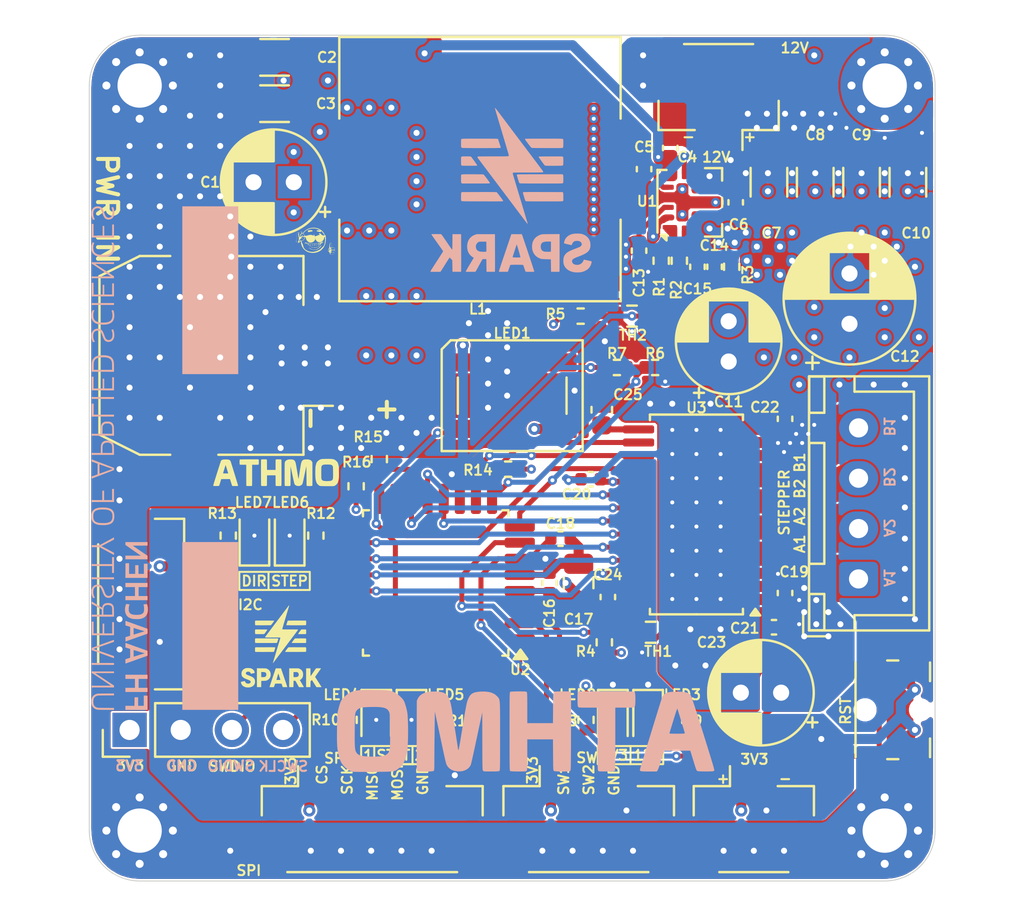
<source format=kicad_pcb>
(kicad_pcb (version 20241229) (generator "pcbnew") (generator_version "9.0")
  (layers (0 "F.Cu" signal) (4 "In1.Cu" signal) (6 "In2.Cu" signal) (2 "B.Cu" signal) (13 "F.Paste" user) (15 "B.Paste" user) (5 "F.SilkS" user "F.Silkscreen") (7 "B.SilkS" user "B.Silkscreen") (1 "F.Mask" user) (3 "B.Mask" user) (25 "Edge.Cuts" user))
  (net 0 "")
  (net 1 "+BATT")
  (net 2 "PGND")
  (net 3 "+12V")
  (net 4 "+3V3")
  (net 5 "GND")
  (net 6 "NRST")
  (net 7 "BOUT1")
  (net 8 "AOUT2")
  (net 9 "AOUT1")
  (net 10 "BOUT2")
  (net 11 "FC_MOSI")
  (net 12 "FC_CS")
  (net 13 "FC_MISO")
  (net 14 "FC_SCK")
  (net 15 "SWCLK")
  (net 16 "SWDIO")
  (net 17 "ME_SCL")
  (net 18 "ME_SDA")
  (net 19 "SW1")
  (net 20 "SW2")
  (net 22 "RGB")
  (net 23 "/3V3LED_A")
  (net 24 "/12VLED_A")
  (net 25 "/LED1_A")
  (net 26 "/LED2_A")
  (net 27 "/STEPLED_A")
  (net 28 "/DIRLED_A")
  (net 29 "NTC1")
  (net 30 "NTC2")
  (net 31 "VD1")
  (net 32 "DRV_FAULT")
  (net 33 "VREF")
  (net 34 "LED1")
  (net 35 "LED2")
  (net 36 "DRV_STEP")
  (net 37 "DRV_DIR")
  (net 38 "DRV_EN")
  (net 39 "DRV_MOSI")
  (net 41 "DRV_CS")
  (net 42 "DRV_SCK")
  (net 44 "DRV_MISO")
  (net 46 "DRV_SLEEP")
  (net 47 "/VCP")
  (net 48 "/CPL")
  (net 49 "/CPH")
  (net 50 "/DVDD")
  (net 51 "/BST")
  (net 52 "/SW")
  (net 53 "/VCC")
  (net 54 "/COMP")
  (net 55 "/FB")
  (net 56 "/COMP_M")
  (footprint "Capacitor_SMD:C_0402_1005Metric" (layer "F.Cu") (at -7.45 -22.95 90)
    (property "Reference" "C22")
    (property "Value" "10n")
  )
  (footprint "Capacitor_SMD:C_1206_3216Metric" (layer "F.Cu") (at -5.95 -34.7 -90)
    (property "Reference" "C8")
    (property "Value" "22u")
  )
  (footprint "Capacitor_SMD:C_0805_2012Metric" (layer "F.Cu") (at -17.7 -14.8 90)
    (property "Reference" "C17")
    (property "Value" "10u")
  )
  (footprint "Capacitor_THT:CP_Radial_D5.0mm_P2.00mm" (layer "F.Cu") (at -31.844887 -34.7 180)
    (property "Reference" "C1")
    (property "Value" "100u")
  )
  (footprint "Connector_JST:JST_GH_SM04B-GHS-TB_1x04-1MP_P1.25mm_Horizontal" (layer "F.Cu") (at -17.2 -3)
    (property "Reference" "J8" (hide yes))
    (property "Value" "SM04B-GHS-TB")
  )
  (footprint "Capacitor_THT:CP_Radial_D5.0mm_P2.00mm" (layer "F.Cu") (at -7.644887 -9.35 180)
    (property "Reference" "C23")
    (property "Value" "100u")
  )
  (footprint "Resistor_SMD:R_0402_1005Metric" (layer "F.Cu") (at -15.8 -25.5)
    (property "Reference" "R7")
    (property "Value" "2k2")
  )
  (footprint "Capacitor_SMD:C_1206_3216Metric" (layer "F.Cu") (at -8.25 -34.7 -90)
    (property "Reference" "C7")
    (property "Value" "22u")
  )
  (footprint "LED_SMD:LED_0603_1608Metric" (layer "F.Cu") (at -26 -8 -90)
    (property "Reference" "LED5")
    (property "Value" "GREEN")
  )
  (footprint "LED_SMD:LED_0603_1608Metric" (layer "F.Cu") (at -16 -8 -90)
    (property "Reference" "LED2")
    (property "Value" "RED")
  )
  (footprint "Resistor_SMD:R_0402_1005Metric" (layer "F.Cu") (at -35.1 -17.15 90)
    (property "Reference" "R13")
    (property "Value" "1k")
  )
  (footprint "Library:HTSSOP-28-1EP_4.4x9.7mm_P0.65mm_EP3.1x4.05mm_ThermalVias" (layer "F.Cu") (at -11.85 -18.2 180)
    (property "Reference" "U3")
    (property "Value" "DRV8434S")
  )
  (footprint "Capacitor_SMD:C_0402_1005Metric" (layer "F.Cu") (at -17.1 -19.95 180)
    (property "Reference" "C20")
    (property "Value" "100n")
  )
  (footprint "Capacitor_SMD:C_0402_1005Metric" (layer "F.Cu") (at -13.15 -36.4 90)
    (property "Reference" "C4")
    (property "Value" "100n")
  )
  (footprint "Capacitor_SMD:C_1206_3216Metric" (layer "F.Cu") (at -3.65 -34.7 -90)
    (property "Reference" "C9")
    (property "Value" "22u")
  )
  (footprint "Resistor_SMD:R_0402_1005Metric" (layer "F.Cu") (at -30.75 -17.15 90)
    (property "Reference" "R12")
    (property "Value" "1k")
  )
  (footprint "LED_SMD:LED_0603_1608Metric" (layer "F.Cu") (at -33.8 -17.15 90)
    (property "Reference" "LED7")
    (property "Value" "BLUE")
  )
  (footprint "Resistor_SMD:R_0402_1005Metric" (layer "F.Cu") (at -29.1 -8 -90)
    (property "Reference" "R10")
    (property "Value" "1k")
  )
  (footprint "Connector_Molex:Molex_Micro-Fit_3.0_43045-0410_2x02-1MP_P3.00mm_Horizontal" (layer "F.Cu") (at -29 -26.1 90)
    (property "Reference" "J4" (hide yes))
    (property "Value" "MicroFit")
  )
  (footprint "Resistor_SMD:R_0402_1005Metric" (layer "F.Cu") (at -17.3375 -8 -90)
    (property "Reference" "R8")
    (property "Value" "1k")
  )
  (footprint "Resistor_SMD:R_0402_1005Metric" (layer "F.Cu") (at -21.2 -20.45)
    (property "Reference" "R14")
    (property "Value" "10k")
  )
  (footprint "Button_Switch_SMD:Panasonic_EVQPUL_EVQPUC" (layer "F.Cu") (at -2.1 -8.5 -90)
    (property "Reference" "SW1" (hide yes))
    (property "Value" "SW_SPST")
  )
  (footprint "Package_QFP:LQFP-32_7x7mm_P0.8mm" (layer "F.Cu") (at -24.8 -14.8 180)
    (property "Reference" "U2")
    (property "Value" "STM32G071KBT6")
  )
  (footprint "Resistor_SMD:R_0402_1005Metric" (layer "F.Cu") (at -10.1 -30.5 -90)
    (property "Reference" "R3")
    (property "Value" "82k")
  )
  (footprint "LED_SMD:LED_0603_1608Metric" (layer "F.Cu") (at -14.25 -8 -90)
    (property "Reference" "LED3")
    (property "Value" "YELLOW")
  )
  (footprint "Connector_PinHeader_2.54mm:PinHeader_1x04_P2.54mm_Vertical" (layer "F.Cu") (at -40 -7.5 90)
    (property "Reference" "J6" (hide yes))
    (property "Value" "Conn_01x04_Pin")
  )
  (footprint "Resistor_SMD:R_0603_1608Metric" (layer "F.Cu") (at -15.05 -28.05)
    (property "Reference" "TH2")
    (property "Value" "10k")
  )
  (footprint "Connector_JST:JST_GH_SM02B-GHS-TB_1x02-1MP_P1.25mm_Horizontal" (layer "F.Cu") (at -9 -3)
    (property "Reference" "J1" (hide yes))
    (property "Value" "SM02B-GHS-TB")
  )
  (footprint "Capacitor_SMD:C_0402_1005Metric" (layer "F.Cu") (at -14.7 -31.3 90)
    (property "Reference" "C13")
    (property "Value" "2u2")
  )
  (footprint "Connector_JST:JST_GH_SM06B-GHS-TB_1x06-1MP_P1.25mm_Horizontal" (layer "F.Cu") (at -27.95 -3)
    (property "Reference" "J5" (hide yes))
    (property "Value" "SM06B-GHS-TB")
  )
  (footprint "Package_DFN_QFN:Texas_VQFN-HR-20_3x2.5mm_P0.5mm_RQQ0011A" (layer "F.Cu") (at -12.075 -33.7 90)
    (property "Reference" "U1")
    (property "Value" "TPS61288RQQR")
  )
  (footprint "MountingHole:MountingHole_2.2mm_M2_Pad_Via" (layer "F.Cu") (at -2.5 -39.5)
    (property "Reference" "H4" (hide yes))
    (property "Value" "MountingHole_Pad")
  )
  (footprint "LED_SMD:LED_WS2812B_PLCC4_5.0x5.0mm_P3.2mm" (layer "F.Cu") (at -21 -24.1 180)
    (property "Reference" "LED1")
    (property "Value" "WS2812B")
  )
  (footprint "Resistor_SMD:R_0402_1005Metric" (layer "F.Cu") (at -12.9375 -8 -90)
    (property "Reference" "R9")
    (property "Value" "4k7")
  )
  (footprint "Resistor_SMD:R_0402_1005Metric" (layer "F.Cu") (at -13.9 -25.5)
    (property "Reference" "R6")
    (property "Value" "10k")
  )
  (footprint "MountingHole:MountingHole_2.2mm_M2_Pad_Via" (layer "F.Cu") (at -39.5 -2.5)
    (property "Reference" "H1" (hide yes))
    (property "Value" "MountingHole_Pad")
  )
  (footprint "Capacitor_SMD:C_0603_1608Metric" (layer "F.Cu") (at -16.55 -23.4 90)
    (property "Reference" "C25")
    (property "Value" "1u")
  )
  (footprint "Resistor_SMD:R_0402_1005Metric" (layer "F.Cu") (at -13.6 -30.8 90)
    (property "Reference" "R1")
    (property "Value" "82k")
  )
  (footprint "LOGO" (layer "F.Cu") (at -30.775 -31.75)
    (property "Reference" "G***" (hide yes))
    (property "Value" "LOGO" (hide yes))
  )
  (footprint "Resistor_SMD:R_0402_1005Metric" (layer "F.Cu") (at -17.6 -28.05 180)
    (property "Reference" "R5")
    (property "Value" "10k")
  )
  (footprint "Library:L_13.5x12.8" (layer "F.Cu") (at -22.6 -35.35)
    (property "Reference" "L1")
    (property "Value" "2u2")
  )
  (footprint "Capacitor_SMD:C_1206_3216Metric" (layer "F.Cu") (at -32.8 -40.9 180)
    (property "Reference" "C2")
    (property "Value" "22u")
  )
  (footprint "Capacitor_SMD:C_0402_1005Metric" (layer "F.Cu") (at -11.8 -30.5 -90)
    (property "Reference" "C15")
    (property "Value" "12p")
  )
  (footprint "Capacitor_SMD:C_0402_1005Metric" (layer "F.Cu") (at -19.15 -14.8 90)
    (property "Reference" "C16")
    (property "Value" "100n")
  )
  (footprint "Resistor_SMD:R_0402_1005Metric" (layer "F.Cu") (at -16.425 -11.85 -90)
    (property "Reference" "R4")
    (property "Value" "10k")
  )
  (footprint "Connector_JST:JST_GH_SM02B-GHS-TB_1x02-1MP_P1.25mm_Horizontal" (layer "F.Cu") (at -10.75 -39 180)
    (property "Reference" "J2" (hide yes))
    (property "Value" "SM02B-GHS-TB")
  )
  (footprint "Connector_JST:JST_GH_SM04B-GHS-TB_1x04-1MP_P1.25mm_Horizontal" (layer "F.Cu") (at -39 -13.75 -90)
    (property "Reference" "J7" (hide yes))
    (property "Value" "SM04B-GHS-TB")
  )
  (footprint "LOGO" (layer "F.Cu") (at -32.5 -11.5)
    (property "Reference" "G***" (hide yes))
    (property "Value" "LOGO" (hide yes))
  )
  (footprint "Capacitor_SMD:C_0402_1005Metric" (layer "F.Cu") (at -7.45 -14.3 -90)
    (property "Reference" "C19")
    (property "Value" "220n")
  )
  (footprint "Connector_JST:JST_XH_B4B-XH-A_1x04_P2.50mm_Vertical" (layer "F.Cu") (at -3.8 -15 90)
    (property "Reference" "J3" (hide yes))
    (property "Value" "JST-XH-B4B")
  )
  (footprint "Capacitor_SMD:C_0402_1005Metric" (layer "F.Cu") (at -14.45 -35.35 90)
    (property "Reference" "C5")
    (property "Value" "100n")
  )
  (footprint "Resistor_SMD:R_0402_1005Metric" (layer "F.Cu") (at -27.6 -20.95 -90)
    (property "Reference" "R15")
    (property "Value" "14k7")
  )
  (footprint "Capacitor_THT:CP_Radial_D6.3mm_P2.50mm" (layer "F.Cu") (at -4.25 -27.66762 90)
    (property "Reference" "C12")
    (property "Value" "220u")
  )
  (footprint "LED_SMD:LED_0603_1608Metric" (layer "F.Cu") (at -32.05 -17.15 90)
    (property "Reference" "LED6")
    (property "Value" "BLUE")
  )
  (footprint "Resistor_SMD:R_0603_1608Metric" (layer "F.Cu") (at -14.125 -12.35)
    (property "Reference" "TH1")
    (property "Value" "10k")
  )
  (footprint "Capacitor_SMD:C_0402_1005Metric" (layer "F.Cu") (at -16.25 -14.1 -90)
    (property "Reference" "C24")
    (property "Value" "22n")
  )
  (footprint "Capacitor_SMD:C_1206_3216Metric" (layer "F.Cu") (at -1.35 -34.7 -90)
    (property "Reference" "C10")
    (property "Value" "22u")
  )
  (footprint "Capacitor_SMD:C_0402_1005Metric" (layer "F.Cu") (at -10.95 -30.5 -90)
    (property "Reference" "C14")
    (property "Value" "1n5")
  )
  (footprint "Capacitor_SMD:C_1206_3216Metric" (layer "F.Cu") (at -32.8 -38.6 180)
    (property "Reference" "C3")
    (property "Value" "22u")
  )
  (footprint "Resistor_SMD:R_0402_1005Metric" (layer "F.Cu") (at -28.75 -19.6 -90)
    (property "Reference" "R16")
    (property "Value" "2k8")
  )
  (footprint "Capacitor_THT:CP_Radial_D5.0mm_P2.00mm" (layer "F.Cu") (at -10.25 -25.794887 90)
    (property "Reference" "C11")
    (property "Value" "100u")
  )
  (footprint "Capacitor_SMD:C_0402_1005Metric" (layer "F.Cu") (at -8 -12.6 180)
    (property "Reference" "C21")
    (property "Value" "10n")
  )
  (footprint "Capacitor_SMD:C_0402_1005Metric" (layer "F.Cu") (at -18.6 -17)
    (property "Reference" "C18")
    (property "Value" "100n")
  )
  (footprint "Resistor_SMD:R_0402_1005Metric" (layer "F.Cu") (at -24.65 -8 -90)
    (property "Reference" "R11")
    (property "Value" "1k")
  )
  (footprint "MountingHole:MountingHole_2.2mm_M2_Pad_Via" (layer "F.Cu") (at -39.5 -39.5)
    (property "Reference" "H3" (hide yes))
    (property "Value" "MountingHole_Pad")
  )
  (footprint "LED_SMD:LED_0603_1608Metric" (layer "F.Cu") (at -27.75 -8 -90)
    (property "Reference" "LED4")
    (property "Value" "GREEN")
  )
  (footprint "MountingHole:MountingHole_2.2mm_M2_Pad_Via" (layer "F.Cu") (at -2.5 -2.5)
    (property "Reference" "H2" (hide yes))
    (property "Value" "MountingHole_Pad")
  )
  (footprint "Capacitor_SMD:C_0402_1005Metric" (layer "F.Cu") (at -9.9 -33.7 -90)
    (property "Reference" "C6")
    (property "Value" "100n")
  )
  (footprint "Resistor_SMD:R_0402_1005Metric" (layer "F.Cu") (at -12.7 -30.8 -90)
    (property "Reference" "R2")
    (property "Value" "4k3")
  )
  (footprint "LOGO" (layer "F.Cu") (at -32.5 -20)
    (property "Reference" "G***" (hide yes))
    (property "Value" "LOGO" (hide yes))
  )
  (footprint "LOGO" (layer "B.Cu") (at -21 -34 180)
    (property "Reference" "G***" (hide yes))
    (property "Value" "LOGO" (hide yes))
  )
  (footprint "LOGO" (layer "B.Cu") (at -21 -6.6 180)
    (property "Reference" "G***" (hide yes))
    (property "Value" "LOGO" (hide yes))
  )
  (footprint "LOGO" (layer "B.Cu") (at -38.25 -21 180)
    (property "Reference" "G***" (hide yes))
    (property "Value" "LOGO" (hide yes))
  )
  (gr_line (start -34.725 -15.925) (end -34.725 -11.575) (stroke (width 0.1)) (layer "F.SilkS"))
  (gr_rect (start -34.55 -15.35) (end -31.05 -14.45) (stroke (width 0.1)) (fill no) (layer "F.SilkS"))
  (gr_line (start -27.85 -5.8) (end -25.9 -5.8) (stroke (width 0.1)) (layer "F.SilkS"))
  (gr_line (start -33.1 -15.3) (end -33.1 -14.45) (stroke (width 0.1)) (layer "F.SilkS"))
  (gr_line (start -15.125 -6.7) (end -15.125 -5.8) (stroke (width 0.1)) (layer "F.SilkS"))
  (gr_line (start -27.85 -6.7) (end -27.85 -5.8) (stroke (width 0.1)) (layer "F.SilkS"))
  (gr_line (start -25.95 -6.7) (end -25.95 -5.8) (stroke (width 0.1)) (layer "F.SilkS"))
  (gr_rect (start -28.5 -6.7) (end -25.25 -5.8) (stroke (width 0.1)) (fill no) (layer "F.SilkS"))
  (gr_rect (start -16.75 -6.7) (end -13.5 -5.8) (stroke (width 0.1)) (fill no) (layer "F.SilkS"))
  (gr_arc (start 0 -2.5) (mid -0.732233 -0.732233) (end -2.5 0) (stroke (width 0.05)) (layer "Edge.Cuts"))
  (gr_line (start -2.5 0) (end -39.5 0) (stroke (width 0.05)) (layer "Edge.Cuts"))
  (gr_line (start -42 -2.5) (end -42 -39.5) (stroke (width 0.05)) (layer "Edge.Cuts"))
  (gr_arc (start -39.5 0) (mid -41.267767 -0.732233) (end -42 -2.5) (stroke (width 0.05)) (layer "Edge.Cuts"))
  (gr_line (start 0 -39.5) (end 0 -2.5) (stroke (width 0.05)) (layer "Edge.Cuts"))
  (gr_line (start -39.5 -42) (end -2.5 -42) (stroke (width 0.05)) (layer "Edge.Cuts"))
  (gr_arc (start -42 -39.5) (mid -41.267767 -41.267767) (end -39.5 -42) (stroke (width 0.05)) (layer "Edge.Cuts"))
  (gr_arc (start -2.5 -42) (mid -0.732233 -41.267767) (end 0 -39.5) (stroke (width 0.05)) (layer "Edge.Cuts"))
  (gr_text "12V" (at -11.625 -35.65 0) (layer "F.SilkS") (effects (font (size 0.5 0.5) (thickness 0.1) (bold yes)) (justify left bottom)))
  (gr_text "RST" (at -4.15 -7.7 90) (layer "F.SilkS") (effects (font (size 0.5 0.5) (thickness 0.1) (bold yes)) (justify left bottom)))
  (gr_text "3V3" (at -19.7 -4.75 90) (layer "F.SilkS") (effects (font (size 0.5 0.5) (thickness 0.1) (bold yes)) (justify left bottom)))
  (gr_text "2" (at -25.9 -5.95 0) (layer "F.SilkS") (effects (font (size 0.5 0.5) (thickness 0.1) (bold yes)) (justify left bottom)))
  (gr_text "3V3" (at -36.325 -15.3 0) (layer "F.SilkS") (effects (font (size 0.5 0.5) (thickness 0.1) (bold yes)) (justify left bottom)))
  (gr_text "3V3" (at -16.7 -5.95 0) (layer "F.SilkS") (effects (font (size 0.5 0.5) (thickness 0.1) (bold yes)) (justify left bottom)))
  (gr_text "GND" (at -15.65 -4.175 90) (layer "F.SilkS") (effects (font (size 0.5 0.5) (thickness 0.1) (bold yes)) (justify left bottom)))
  (gr_text "SCL" (at -36.325 -14.05 0) (layer "F.SilkS") (effects (font (size 0.5 0.5) (thickness 0.1) (bold yes)) (justify left bottom)))
  (gr_text "12V" (at -7.725 -41.075 0) (layer "F.SilkS") (effects (font (size 0.5 0.5) (thickness 0.1) (bold yes)) (justify left bottom)))
  (gr_text "A2" (at -6.425 -17.6 90) (layer "F.SilkS") (effects (font (size 0.5 0.5) (thickness 0.1) (bold yes)) (justify left bottom)))
  (gr_text "STAT" (at -27.8 -5.95 0) (layer "F.SilkS") (effects (font (size 0.5 0.5) (thickness 0.1) (bold yes)) (justify left bottom)))
  (gr_text "B1" (at -6.425 -20.225 90) (layer "F.SilkS") (effects (font (size 0.5 0.5) (thickness 0.1) (bold yes)) (justify left bottom)))
  (gr_text "SW2" (at -16.9 -4.2 90) (layer "F.SilkS") (effects (font (size 0.5 0.5) (thickness 0.1) (bold yes)) (justify left bottom)))
  (gr_text "B2" (at -6.425 -18.925 90) (layer "F.SilkS") (effects (font (size 0.5 0.5) (thickness 0.1) (bold yes)) (justify left bottom)))
  (gr_text "SW1" (at -18.15 -4.2 90) (layer "F.SilkS") (effects (font (size 0.5 0.5) (thickness 0.1) (bold yes)) (justify left bottom)))
  (gr_text "3V3" (at -31.7 -4.71 90) (layer "F.SilkS") (effects (font (size 0.5 0.5) (thickness 0.1) (bold yes)) (justify left bottom)))
  (gr_text "GND" (at -38.225 -5.425 0) (layer "F.SilkS") (effects (font (size 0.5 0.5) (thickness 0.1) (bold yes)) (justify left bottom)))
  (gr_text "12V" (at -15.05 -5.95 0) (layer "F.SilkS") (effects (font (size 0.5 0.5) (thickness 0.1) (bold yes)) (justify left bottom)))
  (gr_text "STEPPER" (at -7.2 -17.1 90) (layer "F.SilkS") (effects (font (size 0.5 0.5) (thickness 0.1) (bold yes)) (justify left bottom)))
  (gr_text "+" (at -9.575 -36.675 0) (layer "F.SilkS") (effects (font (size 0.5 0.5) (thickness 0.1) (bold yes)) (justify left bottom)))
  (gr_text "+" (at -10.9 -4.8 0) (layer "F.SilkS") (effects (font (size 0.5 0.5) (thickness 0.1) (bold yes)) (justify left bottom)))
  (gr_text "A1" (at -6.425 -16.225 90) (layer "F.SilkS") (effects (font (size 0.5 0.5) (thickness 0.1) (bold yes)) (justify left bottom)))
  (gr_text "SDA" (at -36.325 -12.8 0) (layer "F.SilkS") (effects (font (size 0.5 0.5) (thickness 0.1) (bold yes)) (justify left bottom)))
  (gr_text "MISO" (at -27.65 -3.925 90) (layer "F.SilkS") (effects (font (size 0.5 0.5) (thickness 0.1) (bold yes)) (justify left bottom)))
  (gr_text "DIR" (at -34.5 -14.6 0) (layer "F.SilkS") (effects (font (size 0.5 0.5) (thickness 0.1) (bold yes)) (justify left bottom)))
  (gr_text "SCK" (at -28.9 -4.225 90) (layer "F.SilkS") (effects (font (size 0.5 0.5) (thickness 0.1) (bold yes)) (justify left bottom)))
  (gr_text "-" (at -12.625 -36.675 0) (layer "F.SilkS") (effects (font (size 0.5 0.5) (thickness 0.1) (bold yes)) (justify left bottom)))
  (gr_text "1" (at -28.45 -5.95 0) (layer "F.SilkS") (effects (font (size 0.5 0.5) (thickness 0.1) (bold yes)) (justify left bottom)))
  (gr_text "SPI" (at -34.75 -0.225 0) (layer "F.SilkS") (effects (font (size 0.5 0.5) (thickness 0.1) (bold yes)) (justify left bottom)))
  (gr_text "+" (at -27.975 -22.9 0) (layer "F.SilkS") (effects (font (size 1 1) (thickness 0.2) (bold yes)) (justify left bottom)))
  (gr_text "-" (at -7.815 -4.8 0) (layer "F.SilkS") (effects (font (size 0.5 0.5) (thickness 0.1) (bold yes)) (justify left bottom)))
  (gr_text "PWR IN" (at -41.7 -36.225 270) (layer "F.SilkS") (effects (font (size 1 1) (thickness 0.2) (bold yes)) (justify left bottom)))
  (gr_text "MOSI" (at -26.4 -3.925 90) (layer "F.SilkS") (effects (font (size 0.5 0.5) (thickness 0.1) (bold yes)) (justify left bottom)))
  (gr_text "GND" (at -25.15 -4.2 90) (layer "F.SilkS") (effects (font (size 0.5 0.5) (thickness 0.1) (bold yes)) (justify left bottom)))
  (gr_text "SPI" (at -30.4 -5.8 0) (layer "F.SilkS") (effects (font (size 0.5 0.5) (thickness 0.1) (bold yes)) (justify left bottom)))
  (gr_text "CS" (at -30.15 -4.725 90) (layer "F.SilkS") (effects (font (size 0.5 0.5) (thickness 0.1) (bold yes)) (justify left bottom)))
  (gr_text "SW" (at -17.875 -5.825 0) (layer "F.SilkS") (effects (font (size 0.5 0.5) (thickness 0.1) (bold yes)) (justify left bottom)))
  (gr_text "I2C" (at -34.675 -13.425 0) (layer "F.SilkS") (effects (font (size 0.5 0.5) (thickness 0.1) (bold yes)) (justify left bottom)))
  (gr_text "SWDIO" (at -36.125 -5.4 0) (layer "F.SilkS") (effects (font (size 0.5 0.5) (thickness 0.1) (bold yes)) (justify left bottom)))
  (gr_text "-" (at -30.5 -22.225 90) (layer "F.SilkS") (effects (font (size 1 1) (thickness 0.2) (bold yes)) (justify left bottom)))
  (gr_text "3V3" (at -9.725 -5.75 0) (layer "F.SilkS") (effects (font (size 0.5 0.5) (thickness 0.1) (bold yes)) (justify left bottom)))
  (gr_text "GND" (at -36.325 -11.55 0) (layer "F.SilkS") (effects (font (size 0.5 0.5) (thickness 0.1) (bold yes)) (justify left bottom)))
  (gr_text "3V3" (at -40.725 -5.425 0) (layer "F.SilkS") (effects (font (size 0.5 0.5) (thickness 0.1) (bold yes)) (justify left bottom)))
  (gr_text "STEP" (at -33.025 -14.6 0) (layer "F.SilkS") (effects (font (size 0.5 0.5) (thickness 0.1) (bold yes)) (justify left bottom)))
  (gr_text "SWDIO" (at -33.75 -5.425 0) (layer "B.SilkS") (effects (font (size 0.5 0.5) (thickness 0.1) (bold yes)) (justify left bottom mirror)))
  (gr_text "A1" (at -2.575 -14.55 270) (layer "B.SilkS") (effects (font (size 0.5 0.5) (thickness 0.1) (bold yes)) (justify left bottom mirror)))
  (gr_text "SWCLK" (at -31.075 -5.4 0) (layer "B.SilkS") (effects (font (size 0.5 0.5) (thickness 0.1) (bold yes)) (justify left bottom mirror)))
  (gr_text "B1" (at -2.575 -22.025 270) (layer "B.SilkS") (effects (font (size 0.5 0.5) (thickness 0.1) (bold yes)) (justify left bottom mirror)))
  (gr_text "B2" (at -2.575 -19.5 270) (layer "B.SilkS") (effects (font (size 0.5 0.5) (thickness 0.1) (bold yes)) (justify left bottom mirror)))
  (gr_text "A2" (at -2.575 -17.025 270) (layer "B.SilkS") (effects (font (size 0.5 0.5) (thickness 0.1) (bold yes)) (justify left bottom mirror)))
  (gr_text "3V3" (at -39.25 -5.425 0) (layer "B.SilkS") (effects (font (size 0.5 0.5) (thickness 0.1) (bold yes)) (justify left bottom mirror)))
  (gr_text "GND" (at -36.6 -5.425 0) (layer "B.SilkS") (effects (font (size 0.5 0.5) (thickness 0.1) (bold yes)) (justify left bottom mirror)))
  (via (at -27 -38.4) (size 0.7) (drill 0.3) (layers "F.Cu" "B.Cu") (net 1))
  (via (at -25.75 -29.05) (size 0.7) (drill 0.3) (layers "F.Cu" "B.Cu") (net 1))
  (via (at -27 -29.05) (size 0.7) (drill 0.3) (layers "F.Cu" "B.Cu") (net 1))
  (via (at -28.1 -32.3) (size 0.7) (drill 0.3) (layers "F.Cu" "B.Cu") (net 1))
  (via (at -25.75 -35.95) (size 0.7) (drill 0.3) (layers "F.Cu" "B.Cu") (net 1))
  (via (at -29.2 -32.3) (size 0.7) (drill 0.3) (layers "F.Cu" "B.Cu") (net 1))
  (via (at -28.25 -26.1) (size 0.7) (drill 0.3) (layers "F.Cu" "B.Cu") (net 1))
  (via (at -25.75 -33.6) (size 0.7) (drill 0.3) (layers "F.Cu" "B.Cu") (net 1))
  (via (at -28.25 -29.05) (size 0.7) (drill 0.3) (layers "F.Cu" "B.Cu") (net 1))
  (via (at -29.2 -38.4) (size 0.7) (drill 0.3) (layers "F.Cu" "B.Cu") (net 1))
  (via (at -25.75 -34.75) (size 0.7) (drill 0.3) (layers "F.Cu" "B.Cu") (net 1))
  (via (at -30.55 -37.2) (size 0.7) (drill 0.3) (layers "F.Cu" "B.Cu") (net 1))
  (via (at -25.75 -37.15) (size 0.7) (drill 0.3) (layers "F.Cu" "B.Cu") (net 1))
  (via (at -25.75 -26.1) (size 0.7) (drill 0.3) (layers "F.Cu" "B.Cu") (net 1))
  (via (at -31.85 -36.2) (size 0.7) (drill 0.3) (layers "F.Cu" "B.Cu") (net 1))
  (via (at -27 -26.1) (size 0.7) (drill 0.3) (layers "F.Cu" "B.Cu") (net 1))
  (via (at -27 -32.3) (size 0.7) (drill 0.3) (layers "F.Cu" "B.Cu") (net 1))
  (via (at -30.15 -39.75) (size 0.7) (drill 0.3) (layers "F.Cu" "B.Cu") (net 1))
  (via (at -31.85 -33.2) (size 0.7) (drill 0.3) (layers "F.Cu" "B.Cu") (net 1))
  (via (at -32.35 -39.75) (size 0.7) (drill 0.3) (layers "F.Cu" "B.Cu") (net 1))
  (via (at -28.1 -38.4) (size 0.7) (drill 0.3) (layers "F.Cu" "B.Cu") (net 1))
  (via (at -25.35 -41.1) (size 0.7) (drill 0.3) (layers "F.Cu" "B.Cu") (net 1))
  (via (at -13.75 -35.95) (size 0.45) (drill 0.2) (layers "F.Cu" "B.Cu") (net 1))
  (segment (start -13.75 -35.95) (end -13.75 -37.25) (width 0.5) (layer "B.Cu") (net 1))
  (segment (start -24.95 -41.5) (end -25.35 -41.1) (width 0.5) (layer "B.Cu") (net 1))
  (segment (start -13.75 -37.25) (end -18 -41.5) (width 0.5) (layer "B.Cu") (net 1))
  (segment (start -18 -41.5) (end -24.95 -41.5) (width 0.5) (layer "B.Cu") (net 1))
  (segment (start -14.7 -32.2) (end -14.7 -31.78) (width 0.25) (layer "F.Cu") (net 2))
  (segment (start -17.58 -19.95) (end -18.15 -19.95) (width 0.3) (layer "F.Cu") (net 2))
  (segment (start -13.25 -33.45) (end -13.45 -33.45) (width 0.25) (layer "F.Cu") (net 2))
  (segment (start -13.45 -33.45) (end -14.7 -32.2) (width 0.25) (layer "F.Cu") (net 2))
  (segment (start -18.15 -19.95) (end -18.2 -19.9) (width 0.3) (layer "F.Cu") (net 2))
  (via (at -28.5 -21.5) (size 0.7) (drill 0.3) (layers "F.Cu" "B.Cu") (net 2))
  (via (at -3.05 -30.1) (size 0.6) (drill 0.3) (layers "F.Cu" "B.Cu") (net 2))
  (via (at -11.2 -32.4) (size 0.6) (drill 0.3) (layers "F.Cu" "B.Cu") (net 2))
  (via (at -8.85 -31.5) (size 0.6) (drill 0.3) (layers "F.Cu" "B.Cu") (net 2))
  (via (at -37.5 -34) (size 0.7) (drill 0.3) (layers "F.Cu" "B.Cu") (net 2))
  (via (at -34.95 -32) (size 0.7) (drill 0.3) (layers "F.Cu" "B.Cu") (net 2))
  (via (at -9.95 -31.7) (size 0.6) (drill 0.3) (layers "F.Cu" "B.Cu") (net 2))
  (via (at -22.2 -25.9) (size 0.7) (drill 0.3) (layers "F.Cu" "B.Cu") (net 2))
  (via (at -7.1 -34.25) (size 0.6) (drill 0.3) (layers "F.Cu" "B.Cu") (net 2))
  (via (at -37 -27.5) (size 0.7) (drill 0.3) (layers "F.Cu" "B.Cu") (net 2))
  (via (at -8.3 -34.25) (size 0.6) (drill 0.3) (layers "F.Cu" "B.Cu") (net 2))
  (via (at -12.15 -12.5) (size 0.7) (drill 0.3) (layers "F.Cu" "B.Cu") (net 2))
  (via (at -40 -32) (size 0.7) (drill 0.3) (layers "F.Cu" "B.Cu") (net 2))
  (via (at -8.3 -32.2) (size 0.6) (drill 0.3) (layers "F.Cu" "B.Cu") (net 2))
  (via (at -1.5 -23) (size 0.7) (drill 0.3) (layers "F.Cu" "B.Cu") (net 2))
  (via (at -40.5 -20.45) (size 0.7) (drill 0.3) (layers "F.Cu" "B.Cu") (net 2))
  (via (at -8.3 -30.8) (size 0.6) (drill 0.3) (layers "F.Cu" "B.Cu") (net 2))
  (via (at -1.5 -20) (size 0.7) (drill 0.3) (layers "F.Cu" "B.Cu") (net 2))
  (via (at -32.5 -29) (size 0.7) (drill 0.3) (layers "F.Cu" "B.Cu") (net 2))
  (via (at -15.35 -30.4) (size 0.45) (drill 0.2) (layers "F.Cu" "B.Cu") (net 2))
  (via (at -35.5 -41) (size 0.7) (drill 0.3) (layers "F.Cu" "B.Cu") (net 2))
  (via (at -40 -30.5) (size 0.7) (drill 0.3) (layers "F.Cu" "B.Cu") (net 2))
  (via (at -10.75 -31.7) (size 0.6) (drill 0.3) (layers "F.Cu" "B.Cu") (net 2))
  (via (at -7.5 -1.5) (size 0.7) (drill 0.3) (layers "F.Cu" "B.Cu") (net 2))
  (via (at -22.2 -23.5) (size 0.7) (drill 0.3) (layers "F.Cu" "B.Cu") (net 2))
  (via (at -38.5 -31.5) (size 0.7) (drill 0.3) (layers "F.Cu" "B.Cu") (net 2))
  (via (at -18.2 -19.9) (size 0.45) (drill 0.2) (layers "F.Cu" "B.Cu") (net 2))
  (via (at -26.5 -23) (size 0.7) (drill 0.3) (layers "F.Cu" "B.Cu") (net 2))
  (via (at -4.2 -31.5) (size 0.6) (drill 0.3) (layers "F.Cu" "B.Cu") (net 2))
  (via (at -30.7 -29) (size 0.7) (drill 0.3) (layers "F.Cu" "B.Cu") (net 2))
  (via (at -40.5 -11.5) (size 0.7) (drill 0.3) (layers "F.Cu" "B.Cu") (net 2))
  (via (at -23.15 -27.7) (size 0.7) (drill 0.3) (layers "F.Cu" "B.Cu") (net 2))
  (via (at -38.5 -29.5) (size 0.7) (drill 0.3) (layers "F.Cu" "B.Cu") (net 2))
  (via (at -7.7 -31.5) (size 0.6) (drill 0.3) (layers "F.Cu" "B.Cu") (net 2))
  (via (at -13.05 -23.7) (size 0.7) (drill 0.3) (layers "F.Cu" "B.Cu") (net 2))
  (via (at -32.45 -26.5) (size 0.7) (drill 0.3) (layers "F.Cu" "B.Cu") (net 2))
  (via (at -7.7 -30.1) (size 0.6) (drill 0.3) (layers "F.Cu" "B.Cu") (net 2))
  (via (at -32.5 -30.5) (size 0.7) (drill 0.3) (layers "F.Cu" "B.Cu") (net 2))
  (via (at -31 -1.5) (size 0.7) (drill 0.3) (layers "F.Cu" "B.Cu") (net 2))
  (via (at -33.25 -28.25) (size 0.7) (drill 0.3) (layers "F.Cu" "B.Cu") (net 2))
  (via (at -35.5 -38) (size 0.7) (drill 0.3) (layers "F.Cu" "B.Cu") (net 2))
  (via (at -0.8 -27) (size 0.7) (drill 0.3) (layers "F.Cu" "B.Cu") (net 2))
  (via (at -28 -23) (size 0.7) (drill 0.3) (layers "F.Cu" "B.Cu") (net 2))
  (via (at -34 -32) (size 0.7) (drill 0.3) (layers "F.Cu" "B.Cu") (net 2))
  (via (at -3.05 -24.65) (size 0.7) (drill 0.3) (layers "F.Cu" "B.Cu") (net 2))
  (via (at -6 -41) (size 0.7) (drill 0.3) (layers "F.Cu" "B.Cu") (net 2))
  (via (at -40 -36.5) (size 0.7) (drill 0.3) (layers "F.Cu" "B.Cu") (net 2))
  (via (at -2.5 -27) (size 0.7) (drill 0.3) (layers "F.Cu" "B.Cu") (net 2))
  (via (at -34 -29) (size 0.7) (drill 0.3) (layers "F.Cu" "B.Cu") (net 2))
  (via (at -31.5 -23.5) (size 0.7) (drill 0.3) (layers "F.Cu" "B.Cu") (net 2))
  (via (at -40.5 -14.5) (size 0.7) (drill 0.3) (layers "F.Cu" "B.Cu") (net 2))
  (via (at -22.2 -24.7) (size 0.7) (drill 0.3) (layers "F.Cu" "B.Cu") (net 2))
  (via (at -1.5 -17) (size 0.7) (drill 0.3) (layers "F.Cu" "B.Cu") (net 2))
  (via (at -30.15 -25.7) (size 0.7) (drill 0.3) (layers "F.Cu" "B.Cu") (net 2))
  (via (at -32.45 -23.5) (size 0.7) (drill 0.3) (layers "F.Cu" "B.Cu") (net 2))
  (via (at -37 -41) (size 0.7) (drill 0.3) (layers "F.Cu" "B.Cu") (net 2))
  (via (at -21.25 -25.3) (size 0.7) (drill 0.3) (layers "F.Cu" "B.Cu") (net 2))
  (via (at -28 -1.5) (size 0.7) (drill 0.3) (layers "F.Cu" "B.Cu") (net 2))
  (via (at -3.65 -32.2) (size 0.6) (drill 0.3) (layers "F.Cu" "B.Cu") (net 2))
  (via (at -38.5 -30.5) (size 0.7) (drill 0.3) (layers "F.Cu" "B.Cu") (net 2))
  (via (at -40 -33.5) (size 0.7) (drill 0.3) (layers "F.Cu" "B.Cu") (net 2))
  (via (at -35.5 -36.5) (size 0.7) (drill 0.3) (layers "F.Cu" "B.Cu") (net 2))
  (via (at -1.5 -14) (size 0.7) (drill 0.3) (layers "F.Cu" "B.Cu") (net 2))
  (via (at -14.15 -23.7) (size 0.7) (drill 0.3) (layers "F.Cu" "B.Cu") (net 2))
  (via (at -8.5 -26) (size 0.7) (drill 0.3) (layers "F.Cu" "B.Cu") (net 2))
  (via (at -25 -1.5) (size 0.7) (drill 0.3) (layers "F.Cu" "B.Cu") (net 2))
  (via (at -9.4 -32.2) (size 0.6) (drill 0.3) (layers "F.Cu" "B.Cu") (net 2))
  (via (at -22.2 -27.1) (size 0.7) (drill 0.3) (layers "F.Cu" "B.Cu") (net 2))
  (via (at -38.5 -33.5) (size 0.7) (drill 0.3) (layers "F.Cu" "B.Cu") (net 2))
  (via (at -21.25 -26.5) (size 0.7) (drill 0.3) (layers "F.Cu" "B.Cu") (net 2))
  (via (at -40 -24.5) (size 0.7) (drill 0.3) (layers "F.Cu" "B.Cu") (net 2))
  (via (at -1 -30.5) (size 0.7) (drill 0.3) (layers "F.Cu" "B.Cu") (net 2))
  (via (at -35.5 -29) (size 0.7) (drill 0.3) (layers "F.Cu" "B.Cu") (net 2))
  (via (at -2.5 -28.45) (size 0.7) (drill 0.3) (layers "F.Cu" "B.Cu") (net 2))
  (via (at -29.5 -1.5) (size 0.7) (drill 0.3) (layers "F.Cu" "B.Cu") (net 2))
  (via (at -15.35 -31) (size 0.45) (drill 0.2) (layers "F.Cu" "B.Cu") (net 2))
  (via (at -6.75 -24.65) (size 0.7) (drill 0.3) (layers "F.Cu" "B.Cu") (net 2))
  (via (at -26.5 -1.5) (size 0.7) (drill 0.3) (layers "F.Cu" "B.Cu") (net 2))
  (via (at -34 -23) (size 0.7) (drill 0.3) (layers "F.Cu" "B.Cu") (net 2))
  (via (at -27.25 -22.25) (size 0.7) (drill 0.3) (layers "F.Cu" "B.Cu") (net 2))
  (via (at -40.5 -18.9) (size 0.7) (drill 0.3) (layers "F.Cu" "B.Cu") (net 2))
  (via (at -7.1 -30.8) (size 0.6) (drill 0.3) (layers "F.Cu" "B.Cu") (net 2))
  (via (at -3.05 -31.5) (size 0.6) (drill 0.3) (layers "F.Cu" "B.Cu") (net 2))
  (via (at -1.5 -21.5) (size 0.7) (drill 0.3) (layers "F.Cu" "B.Cu") (net 2))
  (via (at -32.5 -21.5) (size 0.7) (drill 0.3) (layers "F.Cu" "B.Cu") (net 2))
  (via (at -1.9 -31.5) (size 0.6) (drill 0.3) (layers "F.Cu" "B.Cu") (net 2))
  (via (at -10.5 -1.5) (size 0.7) (drill 0.3) (layers "F.Cu" "B.Cu") (net 2))
  (via (at -31.3 -26.5) (size 0.7) (drill 0.3) (layers "F.Cu" "B.Cu") (net 2))
  (via (at -3.65 -34.25) (size 0.6) (drill 0.3) (layers "F.Cu" "B.Cu") (net 2))
  (via (at -37 -24.5) (size 0.7) (drill 0.3) (layers "F.Cu" "B.Cu") (net 2))
  (via (at -12.9 -10.7) (size 0.7) (drill 0.3) (layers "F.Cu" "B.Cu") (net 2))
  (via (at -21.25 -27.7) (size 0.7) (drill 0.3) (layers "F.Cu" "B.Cu") (net 2))
  (via (at -9.35 -30.8) (size 0.6) (drill 0.3) (layers "F.Cu" "B.Cu") (net 2))
  (via (at -1.5 -18.55) (size 0.7) (drill 0.3) (layers "F.Cu" "B.Cu") (net 2))
  (via (at -37 -35) (size 0.7) (drill 0.3) (layers "F.Cu" "B.Cu") (net 2))
  (via (at -38.5 -26) (size 0.7) (drill 0.3) (layers "F.Cu" "B.Cu") (net 2))
  (via (at -19.5 -1.5) (size 0.7) (drill 0.3) (layers "F.Cu" "B.Cu") (net 2))
  (via (at -4.25 -26) (size 0.7) (drill 0.3) (layers "F.Cu" "B.Cu") (net 2))
  (via (at -22.2 -28.3) (size 0.7) (drill 0.3) (layers "F.Cu" "B.Cu") (net 2))
  (via (at -7.1 -32.2) (size 0.6) (drill 0.3) (layers "F.Cu" "B.Cu") (net 2))
  (via (at -32.45 -25.7) (size 0.7) (drill 0.3) (layers "F.Cu" "B.Cu") (net 2))
  (via (at -40.5 -16) (size 0.7) (drill 0.3) (layers "F.Cu" "B.Cu") (net 2))
  (via (at -6 -28.5) (size 0.7) (drill 0.3) (layers "F.Cu" "B.Cu") (net 2))
  (via (at -31.6 -29) (size 0.7) (drill 0.3) (layers "F.Cu" "B.Cu") (net 2))
  (via (at -31 -21.5) (size 0.7) (drill 0.3) (layers "F.Cu" "B.Cu") (net 2))
  (via (at -36.5 -34) (size 0.7) (drill 0.3) (layers "F.Cu" "B.Cu") (net 2))
  (via (at -30.5 -23.5) (size 0.7) (drill 0.3) (layers "F.Cu" "B.Cu") (net 2))
  (via (at -35 -33) (size 0.7) (drill 0.3) (layers "F.Cu" "B.Cu") (net 2))
  (via (at -35 -30) (size 0.7) (drill 0.3) (layers "F.Cu" "B.Cu") (net 2))
  (via (at -2.5 -32.2) (size 0.6) (drill 0.3) (layers "F.Cu" "B.Cu") (net 2))
  (via (at -10.3 -32.4) (size 0.6) (drill 0.3) (layers "F.Cu" "B.Cu") (net 2))
  (via (at -5.95 -34.25) (size 0.6) (drill 0.3) (layers "F.Cu" "B.Cu") (net 2))
  (via (at -16.5 -1.5) (size 0.7) (drill 0.3) (layers "F.Cu" "B.Cu") (net 2))
  (via (at -35.5 -39.5) (size 0.7) (drill 0.3) (layers "F.Cu" "B.Cu") (net 2))
  (via (at -40 -35) (size 0.7) (drill 0.3) (layers "F.Cu" "B.Cu") (net 2))
  (via (at -38.5 -23) (size 0.7) (drill 0.3) (layers "F.Cu" "B.Cu") (net 2))
  (via (at -9 -1.5) (size 0.7) (drill 0.3) (layers "F.Cu" "B.Cu") (net 2))
  (via (at -1 -13) (size 0.7) (drill 0.3) (layers "F.Cu" "B.Cu") (net 2))
  (via (at -4.8 -34.25) (size 0.6) (drill 0.3) (layers "F.Cu" "B.Cu") (net 2))
  (via (at -35.5 -23) (size 0.7) (drill 0.3) (layers "F.Cu" "B.Cu") (net 2))
  (via (at -15 -1.5) (size 0.7) (drill 0.3) (layers "F.Cu" "B.Cu") (net 2))
  (via (at -29.5 -21.5) (size 0.7) (drill 0.3) (layers "F.Cu" "B.Cu") (net 2))
  (via (at -34 -21.5) (size 0.7) (drill 0.3) (layers "F.Cu" "B.Cu") (net 2))
  (via (at -2.5 -34.25) (size 0.6) (drill 0.3) (layers "F.Cu" "B.Cu") (net 2))
  (via (at -26.5 -21.5) (size 0.7) (drill 0.3) (layers "F.Cu" "B.Cu") (net 2))
  (via (at -31.3 -25.7) (size 0.7) (drill 0.3) (layers "F.Cu" "B.Cu") (net 2))
  (via (at -29.5 -23.5) (size 0.7) (drill 0.3) (layers "F.Cu" "B.Cu") (net 2))
  (via (at -40 -29) (size 0.7) (drill 0.3) (layers "F.Cu" "B.Cu") (net 2))
  (via (at -34 -26) (size 0.7) (drill 0.3) (layers "F.Cu" "B.Cu") (net 2))
  (via (at -34.95 -31) (size 0.7) (drill 0.3) (layers "F.Cu" "B.Cu") (net 2))
  (via (at -2.5 -30.8) (size 0.6) (drill 0.3) (layers "F.Cu" "B.Cu") (net 2))
  (via (at -40 -27.5) (size 0.7) (drill 0.3) (layers "F.Cu" "B.Cu") (net 2))
  (via (at -1.5 -24.65) (size 0.7) (drill 0.3) (layers "F.Cu" "B.Cu") (net 2))
  (via (at -34 -24.5) (size 0.7) (drill 0.3) (layers "F.Cu" "B.Cu") (net 2))
  (via (at -21.25 -24.1) (size 0.7) (drill 0.3) (layers "F.Cu" "B.Cu") (net 2))
  (via (at -4.75 -24.65) (size 0.7) (drill 0.3) (layers "F.Cu" "B.Cu") (net 2))
  (via (at -37.5 -29) (size 0.7) (drill 0.3) (layers "F.Cu" "B.Cu") (net 2))
  (via (at -16.4 -26.8) (size 0.7) (drill 0.3) (layers "F.Cu" "B.Cu") (net 2))
  (via (at -6 -27) (size 0.7) (drill 0.3) (layers "F.Cu" "B.Cu") (net 2))
  (via (at -1.35 -34.25) (size 0.6) (drill 0.3) (layers "F.Cu" "B.Cu") (net 2))
  (via (at -34 -27.5) (size 0.7) (drill 0.3) (layers "F.Cu" "B.Cu") (net 2))
  (via (at -10.65 -12.5) (size 0.7) (drill 0.3) (layers "F.Cu" "B.Cu") (net 2))
  (via (at -38.5 -36.5) (size 0.7) (drill 0.3) (layers "F.Cu" "B.Cu") (net 2))
  (via (at -29.5 -22.5) (size 0.7) (drill 0.3) (layers "F.Cu" "B.Cu") (net 2))
  (via (at -11.4 -10.7) (size 0.7) (drill 0.3) (layers "F.Cu" "B.Cu") (net 2))
  (via (at -1.5 -15.5) (size 0.7) (drill 0.3) (layers "F.Cu" "B.Cu") (net 2))
  (via (at -40 -26) (size 0.7) (drill 0.3) (layers "F.Cu" "B.Cu") (net 2))
  (via (at -40 -23) (size 0.7) (drill 0.3) (layers "F.Cu" "B.Cu") (net 2))
  (via (at -17.9 -24.35) (size 0.7) (drill 0.3) (layers "F.Cu" "B.Cu") (net 2))
  (via (at -18 -1.5) (size 0.7) (drill 0.3) (layers "F.Cu" "B.Cu") (net 2))
  (via (at -35.5 -26) (size 0.7) (drill 0.3) (layers "F.Cu" "B.Cu") (net 2))
  (via (at -11.15 -23.7) (size 0.7) (drill 0.3) (layers "F.Cu" "B.Cu") (net 2))
  (via (at -40.5 -13) (size 0.7) (drill 0.3) (layers "F.Cu" "B.Cu") (net 2))
  (via (at -7 -26) (size 0.7) (drill 0.3) (layers "F.Cu" "B.Cu") (net 2))
  (via (at -38.5 -35) (size 0.7) (drill 0.3) (layers "F.Cu" "B.Cu") (net 2))
  (via (at -25 -23) (size 0.7) (drill 0.3) (layers "F.Cu" "B.Cu") (net 2))
  (via (at -30.15 -26.5) (size 0.7) (drill 0.3) (layers "F.Cu" "B.Cu") (net 2))
  (via (at -34 -30.5) (size 0.7) (drill 0.3) (layers "F.Cu" "B.Cu") (net 2))
  (via (at -38.5 -32.5) (size 0.7) (drill 0.3) (layers "F.Cu" "B.Cu") (net 2))
  (via (at -15.35 -31.6) (size 0.45) (drill 0.2) (layers "F.Cu" "B.Cu") (net 2))
  (via (at -0.65 -34.25) (size 0.45) (drill 0.2) (layers "F.Cu" "B.Cu") (net 2))
  (via (at -8.85 -30.1) (size 0.6) (drill 0.3) (layers "F.Cu" "B.Cu") (net 2))
  (via (at -25.75 -22.25) (size 0.7) (drill 0.3) (layers "F.Cu" "B.Cu") (net 2))
  (via (at -35.5 -34) (size 0.7) (drill 0.3) (layers "F.Cu" "B.Cu") (net 2))
  (via (at -37 -38) (size 0.7) (drill 0.3) (layers "F.Cu" "B.Cu") (net 2))
  (via (at -35 -1.5) (size 0.7) (drill 0.3) (layers "F.Cu" "B.Cu") (net 2))
  (via (at -37 -36.5) (size 0.7) (drill 0.3) (layers "F.Cu" "B.Cu") (net 2))
  (via (at -36.5 -29) (size 0.7) (drill 0.3) (layers "F.Cu" "B.Cu") (net 2))
  (segment (start -18.2 -19.9) (end -16.9 -19.9) (width 0.3) (layer "B.Cu") (net 2))
  (segment (start -15.6 -21.2) (end -13.05 -21.2) (width 0.3) (layer "B.Cu") (net 2))
  (segment (start -16.9 -19.9) (end -15.6 -21.2) (width 0.3) (layer "B.Cu") (net 2))
  (segment (start -7.644887 -9.055113) (end -7.644887 -9.35) (width 0.3) (layer "F.Cu") (net 3))
  (segment (start -13.39 -24.81) (end -13.39 -25.5) (width 0.25) (layer "F.Cu") (net 3))
  (segment (start -12.9375 -8.51) (end -12.5275 -8.1) (width 0.3) (layer "F.Cu") (net 3))
  (segment (start -12.5275 -8.1) (end -8.6 -8.1) (width 0.3) (layer "F.Cu") (net 3))
  (segment (start -8.6 -8.1) (end -7.644887 -9.055113) (width 0.3) (layer "F.Cu") (net 3))
  (segment (start -13.6 -30.29) (end -14.21 -30.29) (width 0.25) (layer "F.Cu") (net 3))
  (segment (start -14.21 -30.29) (end -14.25 -30.25) (width 0.25) (layer "F.Cu") (net 3))
  (segment (start -13.4 -24.8) (end -13.39 -24.81) (width 0.25) (layer "F.Cu") (net 3))
  (via (at -9.3 -38.1) (size 0.6) (drill 0.3) (layers "F.Cu" "B.Cu") (net 3))
  (via (at -5.95 -35.15) (size 0.6) (drill 0.3) (layers "F.Cu" "B.Cu") (net 3))
  (via (at -5.3 -13.35) (size 0.7) (drill 0.3) (layers "F.Cu" "B.Cu") (net 3))
  (via (at -9.4 -35.15) (size 0.6) (drill 0.3) (layers "F.Cu" "B.Cu") (net 3))
  (via (at -6.9 -22.2) (size 0.45) (drill 0.2) (layers "F.Cu" "B.Cu") (net 3))
  (via (at -4.7 -12.75) (size 0.7) (drill 0.3) (layers "F.Cu" "B.Cu") (net 3))
  (via (at -5.3 -12.15) (size 0.7) (drill 0.3) (layers "F.Cu" "B.Cu") (net 3))
  (via (at -5.65 -38.1) (size 0.6) (drill 0.3) (layers "F.Cu" "B.Cu") (net 3))
  (via (at -5.2 -37.4) (size 0.6) (drill 0.3) (layers "F.Cu" "B.Cu") (net 3))
  (via (at -4.8 -35.15) (size 0.6) (drill 0.3) (layers "F.Cu" "B.Cu") (net 3))
  (via (at -2.5 -36.9) (size 0.45) (drill 0.2) (layers "F.Cu" "B.Cu") (net 3))
  (via (at -8.3 -35.15) (size 0.6) (drill 0.3) (layers "F.Cu" "B.Cu") (net 3))
  (via (at -6.3 -22.2) (size 0.45) (drill 0.2) (layers "F.Cu" "B.Cu") (net 3))
  (via (at -10.15 -35.8) (size 0.6) (drill 0.3) (layers "F.Cu" "B.Cu") (net 3))
  (via (at -8.35 -38.1) (size 0.6) (drill 0.3) (layers "F.Cu" "B.Cu") (net 3))
  (via (at -0.65 -35.15) (size 0.45) (drill 0.2) (layers "F.Cu" "B.Cu") (net 3))
  (via (at -4.95 -38.1) (size 0.45) (drill 0.2) (layers "F.Cu" "B.Cu") (net 3))
  (via (at -6.1 -37.4) (size 0.6) (drill 0.3) (layers "F.Cu" "B.Cu") (net 3))
  (via (at -6.75 -13.95) (size 0.45) (drill 0.2) (layers "F.Cu" "B.Cu") (net 3))
  (via (at -8.85 -37.4) (size 0.6) (drill 0.3) (layers "F.Cu" "B.Cu") (net 3))
  (via (at -6.55 -38.1) (size 0.6) (drill 0.3) (layers "F.Cu" "B.Cu") (net 3))
  (via (at -6 -22.65) (size 0.45) (drill 0.2) (layers "F.Cu" "B.Cu") (net 3))
  (via (at -13.4 -24.8) (size 0.45) (drill 0.2) (layers "F.Cu" "B.Cu") (net 3))
  (via (at -5.9 -12.75) (size 0.7) (drill 0.3) (layers "F.Cu" "B.Cu") (net 3))
  (via (at -7.45 -38.1) (size 0.6) (drill 0.3) (layers "F.Cu" "B.Cu") (net 3))
  (via (at -0.65 -37.15) (size 0.45) (drill 0.2) (layers "F.Cu" "B.Cu") (net 3))
  (via (at -6.5 -13.35) (size 0.7) (drill 0.3) (layers "F.Cu" "B.Cu") (net 3))
  (via (at -4.4 -37.4) (size 0.45) (drill 0.2) (layers "F.Cu" "B.Cu") (net 3))
  (via (at -6.5 -12.15) (size 0.7) (drill 0.3) (layers "F.Cu" "B.Cu") (net 3))
  (via (at -6.5 -14.55) (size 0.7) (drill 0.3) (layers "F.Cu" "B.Cu") (net 3))
  (via (at -7.8 -15.25) (size 0.45) (drill 0.2) (layers "F.Cu" "B.Cu") (net 3))
  (via (at -7.1 -35.15) (size 0.6) (drill 0.3) (layers "F.Cu" "B.Cu") (net 3))
  (via (at -7.8 -21.75) (size 0.45) (drill 0.2) (layers "F.Cu" "B.Cu") (net 3))
  (via (at -7.2 -21.75) (size 0.45) (drill 0.2) (layers "F.Cu" "B.Cu") (net 3))
  (via (at -1.35 -35.15) (size 0.6) (drill 0.3) (layers "F.Cu" "B.Cu") (net 3))
  (via (at -14.5 -39.5) (size 0.7) (drill 0.3) (layers "F.Cu" "B.Cu") (net 3))
  (via (at -7.5 -21.3) (size 0.45) (drill 0.2) (layers "F.Cu" "B.Cu") (net 3))
  (via (at -6.6 -22.65) (size 0.45) (drill 0.2) (layers "F.Cu" "B.Cu") (net 3))
  (via (at -11.2 -35) (size 0.6) (drill 0.3) (layers "F.Cu" "B.Cu") (net 3))
  (via (at -7.9 -37.4) (size 0.6) (drill 0.3) (layers "F.Cu" "B.Cu") (net 3))
  (via (at -7 -37.4) (size 0.6) (drill 0.3) (layers "F.Cu" "B.Cu") (net 3))
  (via (at -5.9 -13.95) (size 0.7) (drill 0.3) (layers "F.Cu" "B.Cu") (net 3))
  (via (at -2.5 -35.15) (size 0.6) (drill 0.3) (layers "F.Cu" "B.Cu") (net 3))
  (via (at -14.5 -41) (size 0.7) (drill 0.3) (layers "F.Cu" "B.Cu") (net 3))
  (via (at -6.6 -21.75) (size 0.45) (drill 0.2) (layers "F.Cu" "B.Cu") (net 3))
  (via (at -6.75 -12.75) (size 0.45) (drill 0.2) (layers "F.Cu" "B.Cu") (net 3))
  (via (at -14.25 -30.25) (size 0.45) (drill 0.2) (layers "F.Cu" "B.Cu") (net 3))
  (via (at -3.65 -35.15) (size 0.6) (drill 0.3) (layers "F.Cu" "B.Cu") (net 3))
  (segment (start -10.25 -25.794887) (end -11.244887 -24.8) (width 0.25) (layer "B.Cu") (net 3))
  (segment (start -11.244887 -24.8) (end -13.4 -24.8) (width 0.25) (layer "B.Cu") (net 3))
  (segment (start -20.69 -20.45) (end -20.05 -20.45) (width 0.25) (layer "F.Cu") (net 4))
  (segment (start -19.9 -22.45) (end -18.55 -22.45) (width 0.5) (layer "F.Cu") (net 4))
  (segment (start -31.075 -3.5) (end -31.075 -4.85) (width 0.5) (layer "F.Cu") (net 4))
  (segment (start -18.95 -27.65) (end -18.55 -28.05) (width 0.25) (layer "F.Cu") (net 4))
  (segment (start -17.7 -13.85) (end -17.7 -14.15) (width 0.5) (layer "F.Cu") (net 4))
  (segment (start -14.725 -19.825) (end -16 -19.825) (width 0.3) (layer "F.Cu") (net 4))
  (segment (start -19.075 -3.5) (end -19.075 -4.85) (width 0.5) (layer "F.Cu") (net 4))
  (segment (start -18.55 -28.05) (end -18.11 -28.05) (width 0.25) (layer "F.Cu") (net 4))
  (segment (start -18.68 -13.85) (end -19.15 -14.32) (width 0.5) (layer "F.Cu") (net 4))
  (segment (start -17.3375 -9.6875) (end -17.3375 -8.51) (width 0.3) (layer "F.Cu") (net 4))
  (segment (start -15.575 -11.34) (end -16.425 -11.34) (width 0.3) (layer "F.Cu") (net 4))
  (segment (start -16 -19.825) (end -16.495 -19.825) (width 0.3) (layer "F.Cu") (net 4))
  (segment (start -38.5 -15.625) (end -37.15 -15.625) (width 0.5) (layer "F.Cu") (net 4))
  (segment (start -17.7 -14.15) (end -18.35 -14.8) (width 0.5) (layer "F.Cu") (net 4))
  (segment (start -28.75 -19.09) (end -28.75 -18.45) (width 0.25) (layer "F.Cu") (net 4))
  (segment (start -9.625 -3.5) (end -9.625 -4.85) (width 0.5) (layer "F.Cu") (net 4))
  (segment (start -19.23 -14.4) (end -19.15 -14.32) (width 0.3) (layer "F.Cu") (net 4))
  (segment (start -17.7 -13.85) (end -18.68 -13.85) (width 0.5) (layer "F.Cu") (net 4))
  (segment (start -16.495 -19.825) (end -16.62 -19.95) (width 0.3) (layer "F.Cu") (net 4))
  (segment (start -20.625 -14.4) (end -19.23 -14.4) (width 0.3) (layer "F.Cu") (net 4))
  (via (at -18.35 -14.8) (size 0.6) (drill 0.3) (layers "F.Cu" "B.Cu") (net 4))
  (via (at -19.075 -3.5) (size 0.6) (drill 0.3) (layers "F.Cu" "B.Cu") (net 4))
  (via (at -15.575 -11.34) (size 0.45) (drill 0.2) (layers "F.Cu" "B.Cu") (net 4))
  (via (at -38.5 -15.625) (size 0.6) (drill 0.3) (layers "F.Cu" "B.Cu") (net 4))
  (via (at -9.625 -3.5) (size 0.6) (drill 0.3) (layers "F.Cu" "B.Cu") (net 4))
  (via (at -28.75 -18.45) (size 0.45) (drill 0.2) (layers "F.Cu" "B.Cu") (net 4))
  (via (at -19.9 -22.45) (size 0.6) (drill 0.3) (layers "F.Cu" "B.Cu") (net 4))
  (via (at -17.3375 -9.6875) (size 0.45) (drill 0.2) (layers "F.Cu" "B.Cu") (net 4))
  (via (at -20.05 -20.45) (size 0.45) (drill 0.2) (layers "F.Cu" "B.Cu") (net 4))
  (via (at -18.95 -27.65) (size 0.45) (drill 0.2) (layers "F.Cu" "B.Cu") (net 4))
  (via (at -31.075 -3.5) (size 0.6) (drill 0.3) (layers "F.Cu" "B.Cu") (net 4))
  (via (at -16 -19.825) (size 0.45) (drill 0.2) (layers "F.Cu" "B.Cu") (net 4))
  (segment (start -17.7 -16.58) (end -18.12 -17) (width 0.5) (layer "F.Cu") (net 5))
  (segment (start -13.3 -12.35) (end -13.55 -12.35) (width 0.25) (layer "F.Cu") (net 5))
  (segment (start -1.25 -9.75) (end -1 -9.5) (width 0.5) (layer "F.Cu") (net 5))
  (segment (start -24.425 -5.25) (end -23.85 -5.25) (width 0.5) (layer "F.Cu") (net 5))
  (segment (start -8.375 -3.5) (end -8.375 -4.85) (width 0.5) (layer "F.Cu") (net 5))
  (segment (start -14.25 -8.7875) (end -14.25 -9.75) (width 0.5) (layer "F.Cu") (net 5))
  (segment (start -32.05 -16.3625) (end -32.05 -17.15) (width 0.3) (layer "F.Cu") (net 5))
  (segment (start -38.5 -11.875) (end -37.15 -11.875) (width 0.5) (layer "F.Cu") (net 5))
  (segment (start -33.8 -16.3625) (end -33.8 -17.15) (width 0.3) (layer "F.Cu") (net 5))
  (segment (start -19.23 -15.2) (end -19.15 -15.28) (width 0.3) (layer "F.Cu") (net 5))
  (segment (start -18.68 -15.75) (end -19.15 -15.28) (width 0.5) (layer "F.Cu") (net 5))
  (segment (start -17.7 -15.75) (end -17.7 -16.58) (width 0.5) (layer "F.Cu") (net 5))
  (segment (start -27.75 -8.7875) (end -27.75 -8) (width 0.3) (layer "F.Cu") (net 5))
  (segment (start -20.625 -15.2) (end -19.23 -15.2) (width 0.3) (layer "F.Cu") (net 5))
  (segment (start -24.825 -4.85) (end -24.425 -5.25) (width 0.5) (layer "F.Cu") (net 5))
  (segment (start -14.225 -28.05) (end -15.05 -28.05) (width 0.25) (layer "F.Cu") (net 5))
  (segment (start -1.25 -11.125) (end -1.25 -9.75) (width 0.5) (layer "F.Cu") (net 5))
  (segment (start -13.55 -12.35) (end -14.55 -11.35) (width 0.25) (layer "F.Cu") (net 5))
  (segment (start -26 -8.7875) (end -26 -8) (width 0.3) (layer "F.Cu") (net 5))
  (segment (start -17.7 -15.75) (end -18.68 -15.75) (width 0.5) (layer "F.Cu") (net 5))
  (segment (start -15.325 -3.5) (end -15.325 -4.85) (width 0.5) (layer "F.Cu") (net 5))
  (segment (start -18.68 -15.75) (end -19.1 -15.75) (width 0.5) (layer "F.Cu") (net 5))
  (segment (start -1.25 -5.875) (end -1.25 -7.25) (width 0.5) (layer "F.Cu") (net 5))
  (segment (start -23.45 -25.75) (end -23.45 -26.6) (width 0.5) (layer "F.Cu") (net 5))
  (segment (start -16 -8.7875) (end -16 -9.75) (width 0.5) (layer "F.Cu") (net 5))
  (segment (start -1.25 -7.25) (end -1 -7.5) (width 0.5) (layer "F.Cu") (net 5))
  (segment (start -19.1 -15.75) (end -19.35 -16) (width 0.5) (layer "F.Cu") (net 5))
  (segment (start -16.31 -25.5) (end -17.1 -25.5) (width 0.25) (layer "F.Cu") (net 5))
  (via (at -5.65 -7.05) (size 0.6) (drill 0.3) (layers "F.Cu" "B.Cu") (net 5))
  (via (at -32.05 -17.15) (size 0.45) (drill 0.2) (layers "F.Cu" "B.Cu") (net 5))
  (via (at -14.55 -11.35) (size 0.45) (drill 0.2) (layers "F.Cu" "B.Cu") (net 5))
  (via (at -26 -8) (size 0.45) (drill 0.2) (layers "F.Cu" "B.Cu") (net 5))
  (via (at -16 -9.75) (size 0.6) (drill 0.3) (layers "F.Cu" "B.Cu") (net 5))
  (via (at -23.85 -5.25) (size 0.6) (drill 0.3) (layers "F.Cu" "B.Cu") (net 5))
  (via (at -24 -20.2) (size 0.6) (drill 0.3) (layers "F.Cu" "B.Cu") (net 5))
  (via (at -14.25 -9.75) (size 0.6) (drill 0.3) (layers "F.Cu" "B.Cu") (net 5))
  (via (at -33.8 -17.15) (size 0.45) (drill 0.2) (layers "F.Cu" "B.Cu") (net 5))
  (via (at -19.35 -16) (size 0.6) (drill 0.3) (layers "F.Cu" "B.Cu") (net 5))
  (via (at -1 -9.5) (size 0.6) (drill 0.3) (layers "F.Cu" "B.Cu") (net 5))
  (via (at -17.1 -25.5) (size 0.45) (drill 0.2) (layers "F.Cu" "B.Cu") (net 5))
  (via (at -38.5 -11.875) (size 0.6) (drill 0.3) (layers "F.Cu" "B.Cu") (net 5))
  (via (at -27.75 -8) (size 0.45) (drill 0.2) (layers "F.Cu" "B.Cu") (net 5))
  (via (at -8.375 -3.5) (size 0.6) (drill 0.3) (layers "F.Cu" "B.Cu") (net 5))
  (via (at -1 -7.5) (size 0.6) (drill 0.3) (layers "F.Cu" "B.Cu") (net 5))
  (via (at -15.05 -28.05) (size 0.45) (drill 0.2) (layers "F.Cu" "B.Cu") (net 5))
  (via (at -15.325 -3.5) (size 0.6) (drill 0.3) (layers "F.Cu" "B.Cu") (net 5))
  (via (at -23.45 -26.6) (size 0.6) (drill 0.3) (layers "F.Cu" "B.Cu") (net 5))
  (segment (start -2.85 -7.05) (end -5.65 -7.05) (width 0.5) (layer "B.Cu") (net 5))
  (segment (start -18.7 -25.5) (end -23.45 -20.75) (width 0.25) (layer "B.Cu") (net 5))
  (segment (start -16.15 -28.05) (end -18.7 -25.5) (width 0.25) (layer "B.Cu") (net 5))
  (segment (start -23.45 -20.75) (end -24 -20.2) (width 0.5) (layer "B.Cu") (net 5))
  (segment (start -23.45 -26.6) (end -23.45 -20.75) (width 0.5) (layer "B.Cu") (net 5))
  (segment (start -17.1 -25.5) (end -18.7 -25.5) (width 0.25) (layer "B.Cu") (net 5))
  (segment (start -1.7 -8.8) (end -1.7 -8.2) (width 0.5) (layer "B.Cu") (net 5))
  (segment (start -1.7 -8.2) (end -1 -7.5) (width 0.5) (layer "B.Cu") (net 5))
  (segment (start -15.05 -28.05) (end -16.15 -28.05) (width 0.25) (layer "B.Cu") (net 5))
  (segment (start -1 -9.5) (end -1.7 -8.8) (width 0.5) (layer "B.Cu") (net 5))
  (segment (start -1.7 -8.2) (end -2.85 -7.05) (width 0.5) (layer "B.Cu") (net 5))
  (segment (start -2.774 -10.949) (end -2.774 -6.051) (width 0.25) (layer "F.Cu") (net 6))
  (segment (start -19.08 -17) (end -19.15 -17) (width 0.2) (layer "F.Cu") (net 6))
  (segment (start -21.7 -16) (end -20.625 -16) (width 0.25) (layer "F.Cu") (net 6))
  (segment (start -22.55 -15.15) (end -21.7 -16) (width 0.25) (layer "F.Cu") (net 6))
  (segment (start -19.15 -17) (end -20.15 -16) (width 0.2) (layer "F.Cu") (net 6))
  (segment (start -12.85 -6.2) (end -3.275 -6.2) (width 0.25) (layer "F.Cu") (net 6))
  (segment (start -2.95 -11.125) (end -2.774 -10.949) (width 0.25) (layer "F.Cu") (net 6))
  (segment (start -20.15 -16) (end -20.625 -16) (width 0.2) (layer "F.Cu") (net 6))
  (segment (start -2.774 -6.051) (end -2.95 -5.875) (width 0.25) (layer "F.Cu") (net 6))
  (segment (start -22.55 -12.7) (end -22.55 -15.15) (width 0.25) (layer "F.Cu") (net 6))
  (segment (start -3.275 -6.2) (end -2.95 -5.875) (width 0.25) (layer "F.Cu") (net 6))
  (via (at -22.55 -12.7) (size 0.45) (drill 0.2) (layers "F.Cu" "B.Cu") (net 6))
  (via (at -12.85 -6.2) (size 0.45) (drill 0.2) (layers "F.Cu" "B.Cu") (net 6))
  (segment (start -16.05 -6.2) (end -12.85 -6.2) (width 0.25) (layer "B.Cu") (net 6))
  (segment (start -22.55 -12.7) (end -16.05 -6.2) (width 0.25) (layer "B.Cu") (net 6))
  (segment (start -23.9 -6) (end -25.2 -6) (width 0.25) (layer "F.Cu") (net 11))
  (segment (start -22.8 -7.1) (end -23.9 -6) (width 0.25) (layer "F.Cu") (net 11))
  (segment (start -25.2 -6) (end -26.075 -5.125) (width 0.25) (layer "F.Cu") (net 11))
  (segment (start -22.8 -10.625) (end -22.8 -7.1) (width 0.25) (layer "F.Cu") (net 11))
  (segment (start -26.075 -5.125) (end -26.075 -4.85) (width 0.25) (layer "F.Cu") (net 11))
  (segment (start -20.625 -6.55) (end -23.875 -3.3) (width 0.25) (layer "F.Cu") (net 12))
  (segment (start -29.124999 -3.3) (end -29.825 -4.000001) (width 0.25) (layer "F.Cu") (net 12))
  (segment (start -23.875 -3.3) (end -29.124999 -3.3) (width 0.25) (layer "F.Cu") (net 12))
  (segment (start -29.825 -4.000001) (end -29.825 -4.85) (width 0.25) (layer "F.Cu") (net 12))
  (segment (start -20.625 -12) (end -20.625 -6.55) (width 0.25) (layer "F.Cu") (net 12))
  (segment (start -25.95 -6.5) (end -27.325 -5.125) (width 0.25) (layer "F.Cu") (net 13))
  (segment (start -23.6 -7.4) (end -24.5 -6.5) (width 0.25) (layer "F.Cu") (net 13))
  (segment (start -24.5 -6.5) (end -25.95 -6.5) (width 0.25) (layer "F.Cu") (net 13))
  (segment (start -27.325 -5.125) (end -27.325 -4.85) (width 0.25) (layer "F.Cu") (net 13))
  (segment (start -23.6 -10.625) (end -23.6 -7.4) (width 0.25) (layer "F.Cu") (net 13))
  (segment (start -22 -10.625) (end -22 -5.95) (width 0.25) (layer "F.Cu") (net 14))
  (segment (start -28.274999 -3.7) (end -28.575 -4.000001) (width 0.25) (layer "F.Cu") (net 14))
  (segment (start -28.575 -4.000001) (end -28.575 -4.85) (width 0.25) (layer "F.Cu") (net 14))
  (segment (start -22 -5.95) (end -24.25 -3.7) (width 0.25) (layer "F.Cu") (net 14))
  (segment (start -24.25 -3.7) (end -28.274999 -3.7) (width 0.25) (layer "F.Cu") (net 14))
  (segment (start -29.255 -10.625) (end -32.38 -7.5) (width 0.25) (layer "F.Cu") (net 15))
  (segment (start -27.6 -10.625) (end -29.255 -10.625) (width 0.25) (layer "F.Cu") (net 15))
  (segment (start -28.975 -12) (end -30.42 -12) (width 0.25) (layer "F.Cu") (net 16))
  (segment (start -30.42 -12) (end -34.92 -7.5) (width 0.25) (layer "F.Cu") (net 16))
  (segment (start -28.975 -13.6) (end -29.724999 -13.6) (width 0.25) (layer "F.Cu") (net 17))
  (segment (start -29.724999 -13.6) (end -30.499999 -14.375) (width 0.25) (layer "F.Cu") (net 17))
  (segment (start -30.499999 -14.375) (end -37.15 -14.375) (width 0.25) (layer "F.Cu") (net 17))
  (segment (start -36.825 -12.8) (end -37.15 -13.125) (width 0.25) (layer "F.Cu") (net 18))
  (segment (start -28.975 -12.8) (end -36.825 -12.8) (width 0.25) (layer "F.Cu") (net 18))
  (segment (start -17.825 -6.125) (end -19.3 -7.6) (width 0.25) (layer "F.Cu") (net 19))
  (segment (start -19.875001 -12.8) (end -20.625 -12.8) (width 0.25) (layer "F.Cu") (net 19))
  (segment (start -17.825 -4.85) (end -17.825 -6.125) (width 0.25) (layer "F.Cu") (net 19))
  (segment (start -19.3 -7.6) (end -19.3 -12.224999) (width 0.25) (layer "F.Cu") (net 19))
  (segment (start -19.3 -12.224999) (end -19.875001 -12.8) (width 0.25) (layer "F.Cu") (net 19))
  (segment (start -16.575 -4.85) (end -16.575 -5.90737) (width 0.25) (layer "F.Cu") (net 20))
  (segment (start -16.575 -5.90737) (end -18.65 -7.98237) (width 0.25) (layer "F.Cu") (net 20))
  (segment (start -18.65 -7.98237) (end -18.65 -12.374999) (width 0.25) (layer "F.Cu") (net 20))
  (segment (start -19.875001 -13.6) (end -20.625 -13.6) (width 0.25) (layer "F.Cu") (net 20))
  (segment (start -18.65 -12.374999) (end -19.875001 -13.6) (width 0.25) (layer "F.Cu") (net 20))
  (segment (start -26.8 -16.8) (end -27.75 -17.75) (width 0.25) (layer "F.Cu") (net 22))
  (segment (start -26.8 -10.625) (end -26.8 -16.8) (width 0.25) (layer "F.Cu") (net 22))
  (segment (start -24.7 -22.25) (end -23.65 -22.25) (width 0.25) (layer "F.Cu") (net 22))
  (segment (start -23.65 -22.25) (end -23.45 -22.45) (width 0.25) (layer "F.Cu") (net 22))
  (via (at -24.7 -22.25) (size 0.45) (drill 0.2) (layers "F.Cu" "B.Cu") (net 22))
  (via (at -27.75 -17.75) (size 0.45) (drill 0.2) (layers "F.Cu" "B.Cu") (net 22))
  (segment (start -27.75 -19.2) (end -27.75 -17.75) (width 0.25) (layer "B.Cu") (net 22))
  (segment (start -24.7 -22.25) (end -27.75 -19.2) (width 0.25) (layer "B.Cu") (net 22))
  (segment (start -16.2775 -7.49) (end -16 -7.2125) (width 0.3) (layer "F.Cu") (net 23))
  (segment (start -17.3375 -7.49) (end -16.2775 -7.49) (width 0.3) (layer "F.Cu") (net 23))
  (segment (start -12.9375 -7.49) (end -13.9725 -7.49) (width 0.3) (layer "F.Cu") (net 24))
  (segment (start -13.9725 -7.49) (end -14.25 -7.2125) (width 0.3) (layer "F.Cu") (net 24))
  (segment (start -29.1 -7.49) (end -28.0275 -7.49) (width 0.3) (layer "F.Cu") (net 25))
  (segment (start -28.0275 -7.49) (end -27.75 -7.2125) (width 0.3) (layer "F.Cu") (net 25))
  (segment (start -24.65 -7.49) (end -25.7225 -7.49) (width 0.3) (layer "F.Cu") (net 26))
  (segment (start -25.7225 -7.49) (end -26 -7.2125) (width 0.3) (layer "F.Cu") (net 26))
  (segment (start -31.7725 -17.66) (end -32.05 -17.9375) (width 0.3) (layer "F.Cu") (net 27))
  (segment (start -30.75 -17.66) (end -31.7725 -17.66) (width 0.3) (layer "F.Cu") (net 27))
  (segment (start -34.0775 -17.66) (end -33.8 -17.9375) (width 0.3) (layer "F.Cu") (net 28))
  (segment (start -35.1 -17.66) (end -34.0775 -17.66) (width 0.3) (layer "F.Cu") (net 28))
  (segment (start -16.435 -12.35) (end -16.425 -12.36) (width 0.25) (layer "F.Cu") (net 29))
  (segment (start -20.625 -16.8) (end -21.85 -16.8) (width 0.25) (layer "F.Cu") (net 29))
  (segment (start -14.95 -12.35) (end -16.415 -12.35) (width 0.3) (layer "F.Cu") (net 29))
  (segment (start -17.45 -12.35) (end -16.435 -12.35) (width 0.25) (layer "F.Cu") (net 29))
  (segment (start -16.415 -12.35) (end -16.425 -12.36) (width 0.3) (layer "F.Cu") (net 29))
  (segment (start -23.5 -15.15) (end -23.5 -13.65) (width 0.25) (layer "F.Cu") (net 29))
  (segment (start -21.85 -16.8) (end -23.5 -15.15) (width 0.25) (layer "F.Cu") (net 29))
  (via (at -17.45 -12.35) (size 0.45) (drill 0.2) (layers "F.Cu" "B.Cu") (net 29))
  (via (at -23.5 -13.65) (size 0.45) (drill 0.2) (layers "F.Cu" "B.Cu") (net 29))
  (segment (start -23.5 -13.65) (end -21.95 -13.65) (width 0.25) (layer "B.Cu") (net 29))
  (segment (start -20.65 -12.35) (end -17.45 -12.35) (width 0.25) (layer "B.Cu") (net 29))
  (segment (start -21.95 -13.65) (end -20.65 -12.35) (width 0.25) (layer "B.Cu") (net 29))
  (segment (start -20.625 -18.275) (end -20.625 -17.6) (width 0.25) (layer "F.Cu") (net 30))
  (segment (start -15.875 -28.05) (end -17.09 -28.05) (width 0.3) (layer "F.Cu") (net 30))
  (segment (start -15.125 -27.3) (end -15.875 -28.05) (width 0.25) (layer "F.Cu") (net 30))
  (segment (start -19 -19.9) (end -20.625 -18.275) (width 0.25) (layer "F.Cu") (net 30))
  (segment (start -15.05 -27.3) (end -15.125 -27.3) (width 0.25) (layer "F.Cu") (net 30))
  (via (at -15.05 -27.3) (size 0.45) (drill 0.2) (layers "F.Cu" "B.Cu") (net 30))
  (via (at -19 -19.9) (size 0.45) (drill 0.2) (layers "F.Cu" "B.Cu") (net 30))
  (segment (start -19 -19.9) (end -14.1 -24.8) (width 0.25) (layer "B.Cu") (net 30))
  (segment (start -14.1 -24.8) (end -14.1 -26.35) (width 0.25) (layer "B.Cu") (net 30))
  (segment (start -14.1 -26.35) (end -15.05 -27.3) (width 0.25) (layer "B.Cu") (net 30))
  (segment (start -21.2 -19.8) (end -21.2 -19.775) (width 0.25) (layer "F.Cu") (net 31))
  (segment (start -14.85 -24.8) (end -14.85 -25.06) (width 0.25) (layer "F.Cu") (net 31))
  (segment (start -21.2 -19.775) (end -22 -18.975) (width 0.25) (layer "F.Cu") (net 31))
  (segment (start -14.85 -25.06) (end -14.41 -25.5) (width 0.25) (layer "F.Cu") (net 31))
  (segment (start -15.29 -25.5) (end -14.41 -25.5) (width 0.3) (layer "F.Cu") (net 31))
  (via (at -14.85 -24.8) (size 0.45) (drill 0.2) (layers "F.Cu" "B.Cu") (net 31))
  (via (at -21.2 -19.8) (size 0.45) (drill 0.2) (layers "F.Cu" "B.Cu") (net 31))
  (segment (start -19.85 -19.8) (end -21.2 -19.8) (width 0.25) (layer "B.Cu") (net 31))
  (segment (start -14.85 -24.8) (end -19.85 -19.8) (width 0.25) (layer "B.Cu") (net 31))
  (segment (start -20.475 -21.775) (end -14.725 -21.775) (width 0.25) (layer "F.Cu") (net 32))
  (segment (start -22.8 -19.45) (end -20.475 -21.775) (width 0.25) (layer "F.Cu") (net 32))
  (segment (start -22.8 -18.975) (end -22.8 -19.45) (width 0.25) (layer "F.Cu") (net 32))
  (segment (start -25.76 -20.44) (end -25.45 -20.75) (width 0.25) (layer "F.Cu") (net 33))
  (segment (start -27.6 -20.44) (end -25.76 -20.44) (width 0.25) (layer "F.Cu") (net 33))
  (segment (start -20.05 -21.125) (end -14.725 -21.125) (width 0.25) (layer "F.Cu") (net 33))
  (segment (start -28.75 -20.11) (end -27.93 -20.11) (width 0.25) (layer "F.Cu") (net 33))
  (segment (start -27.93 -20.11) (end -27.6 -20.44) (width 0.25) (layer "F.Cu") (net 33))
  (segment (start -25.45 -20.75) (end -22.5 -20.75) (width 0.25) (layer "F.Cu") (net 33))
  (segment (start -23.6 -19.65) (end -23.6 -18.975) (width 0.25) (layer "F.Cu") (net 33))
  (segment (start -22.125 -21.125) (end -23.6 -19.65) (width 0.25) (layer "F.Cu") (net 33))
  (via (at -20.05 -21.125) (size 0.45) (drill 0.2) (layers "F.Cu" "B.Cu") (net 33))
  (via (at -22.125 -21.125) (size 0.45) (drill 0.2) (layers "F.Cu" "B.Cu") (net 33))
  (segment (start -22.125 -21.125) (end -20.05 -21.125) (width 0.25) (layer "B.Cu") (net 33))
  (segment (start -26 -10) (end -26.45 -9.55) (width 0.3) (layer "F.Cu") (net 34))
  (segment (start -29.1 -8.779999) (end -29.1 -8.51) (width 0.3) (layer "F.Cu") (net 34))
  (segment (start -26 -10.625) (end -26 -10) (width 0.3) (layer "F.Cu") (net 34))
  (segment (start -28.329999 -9.55) (end -29.1 -8.779999) (width 0.3) (layer "F.Cu") (net 34))
  (segment (start -26.45 -9.55) (end -28.329999 -9.55) (width 0.3) (layer "F.Cu") (net 34))
  (segment (start -25.2 -10.625) (end -25.2 -9.06) (width 0.3) (layer "F.Cu") (net 35))
  (segment (start -25.2 -9.06) (end -24.65 -8.51) (width 0.3) (layer "F.Cu") (net 35))
  (segment (start -28.975 -16.8) (end -30.59 -16.8) (width 0.25) (layer "F.Cu") (net 36))
  (segment (start -16 -17.225) (end -14.725 -17.225) (width 0.25) (layer "F.Cu") (net 36))
  (segment (start -27.75 -16.8) (end -28.975 -16.8) (width 0.25) (layer "F.Cu") (net 36))
  (segment (start -30.59 -16.8) (end -30.75 -16.64) (width 0.25) (layer "F.Cu") (net 36))
  (via (at -27.75 -16.8) (size 0.45) (drill 0.2) (layers "F.Cu" "B.Cu") (net 36))
  (via (at -16 -17.225) (size 0.45) (drill 0.2) (layers "F.Cu" "B.Cu") (net 36))
  (segment (start -22.65 -16.8) (end -22.225 -17.225) (width 0.25) (layer "B.Cu") (net 36))
  (segment (start -27.75 -16.8) (end -22.65 -16.8) (width 0.25) (layer "B.Cu") (net 36))
  (segment (start -22.225 -17.225) (end -16 -17.225) (width 0.25) (layer "B.Cu") (net 36))
  (segment (start -29.724999 -16) (end -30.274999 -15.45) (width 0.3) (layer "F.Cu") (net 37))
  (segment (start -28.975 -16) (end -29.724999 -16) (width 0.3) (layer "F.Cu") (net 37))
  (segment (start -27.75 -16) (end -28.975 -16) (width 0.25) (layer "F.Cu") (net 37))
  (segment (start -30.274999 -15.45) (end -34.3 -15.45) (width 0.3) (layer "F.Cu") (net 37))
  (segment (start -35.1 -16.25) (end -35.1 -16.64) (width 0.3) (layer "F.Cu") (net 37))
  (segment (start -34.3 -15.45) (end -35.1 -16.25) (width 0.3) (layer "F.Cu") (net 37))
  (segment (start -16.5 -16.575) (end -14.725 -16.575) (width 0.25) (layer "F.Cu") (net 37))
  (via (at -27.75 -16) (size 0.45) (drill 0.2) (layers "F.Cu" "B.Cu") (net 37))
  (via (at -16.5 -16.575) (size 0.45) (drill 0.2) (layers "F.Cu" "B.Cu") (net 37))
  (segment (start -27.75 -16) (end -20.85 -16) (width 0.25) (layer "B.Cu") (net 37))
  (segment (start -20.85 -16) (end -20.275 -16.575) (width 0.25) (layer "B.Cu") (net 37))
  (segment (start -20.275 -16.575) (end -16.5 -16.575) (width 0.25) (layer "B.Cu") (net 37))
  (segment (start -27.75 -15.2) (end -28.975 -15.2) (width 0.25) (layer "F.Cu") (net 38))
  (segment (start -16 -15.925) (end -14.725 -15.925) (width 0.25) (layer "F.Cu") (net 38))
  (via (at -16 -15.925) (size 0.45) (drill 0.2) (layers "F.Cu" "B.Cu") (net 38))
  (via (at -27.75 -15.2) (size 0.45) (drill 0.2) (layers "F.Cu" "B.Cu") (net 38))
  (segment (start -18.625 -15.925) (end -16 -15.925) (width 0.25) (layer "B.Cu") (net 38))
  (segment (start -19.35 -15.2) (end -18.625 -15.925) (width 0.25) (layer "B.Cu") (net 38))
  (segment (start -27.75 -15.2) (end -19.35 -15.2) (width 0.25) (layer "B.Cu") (net 38))
  (segment (start -26 -18.975) (end -26 -17.75) (width 0.25) (layer "F.Cu") (net 39))
  (segment (start -14.725 -18.525) (end -16 -18.525) (width 0.25) (layer "F.Cu") (net 39))
  (via (at -26 -17.75) (size 0.45) (drill 0.2) (layers "F.Cu" "B.Cu") (net 39))
  (via (at -16 -18.525) (size 0.45) (drill 0.2) (layers "F.Cu" "B.Cu") (net 39))
  (segment (start -25.225 -18.525) (end -16 -18.525) (width 0.25) (layer "B.Cu") (net 39))
  (segment (start -26 -17.75) (end -25.225 -18.525) (width 0.25) (layer "B.Cu") (net 39))
  (segment (start -26.8 -17.7) (end -26.8 -18.975) (width 0.25) (layer "F.Cu") (net 41))
  (segment (start -14.725 -20.475) (end -19.175 -20.475) (width 0.25) (layer "F.Cu") (net 41))
  (segment (start -26.25 -17.15) (end -26.8 -17.7) (width 0.25) (layer "F.Cu") (net 41))
  (segment (start -22.5 -17.15) (end -26.25 -17.15) (width 0.25) (layer "F.Cu") (net 41))
  (segment (start -19.175 -20.475) (end -22.5 -17.15) (width 0.25) (layer "F.Cu") (net 41))
  (segment (start -24.4 -18.975) (end -24.4 -17.75) (width 0.25) (layer "F.Cu") (net 42))
  (segment (start -14.725 -17.875) (end -16.5 -17.875) (width 0.25) (layer "F.Cu") (net 42))
  (via (at -16.5 -17.875) (size 0.45) (drill 0.2) (layers "F.Cu" "B.Cu") (net 42))
  (via (at -24.4 -17.75) (size 0.45) (drill 0.2) (layers "F.Cu" "B.Cu") (net 42))
  (segment (start -24.275 -17.875) (end -16.5 -17.875) (width 0.25) (layer "B.Cu") (net 42))
  (segment (start -24.4 -17.75) (end -24.275 -17.875) (width 0.25) (layer "B.Cu") (net 42))
  (segment (start -16.5 -19.175) (end -14.725 -19.175) (width 0.25) (layer "F.Cu") (net 44))
  (segment (start -25.2 -18.975) (end -25.2 -20.2) (width 0.25) (layer "F.Cu") (net 44))
  (via (at -25.2 -20.2) (size 0.45) (drill 0.2) (layers "F.Cu" "B.Cu") (net 44))
  (via (at -16.5 -19.175) (size 0.45) (drill 0.2) (layers "F.Cu" "B.Cu") (net 44))
  (segment (start -25.2 -20.2) (end -24.175 -19.175) (width 0.25) (layer "B.Cu") (net 44))
  (segment (start -24.175 -19.175) (end -16.5 -19.175) (width 0.25) (layer "B.Cu") (net 44))
  (segment (start -27.75 -14.4) (end -28.975 -14.4) (width 0.25) (layer "F.Cu") (net 46))
  (segment (start -16.5 -15.275) (end -14.725 -15.275) (width 0.25) (layer "F.Cu") (net 46))
  (via (at -16.5 -15.275) (size 0.45) (drill 0.2) (layers "F.Cu" "B.Cu") (net 46))
  (via (at -27.75 -14.4) (size 0.45) (drill 0.2) (layers "F.Cu" "B.Cu") (net 46))
  (segment (start -18.1 -14.2) (end -17.025 -15.275) (width 0.25) (layer "B.Cu") (net 46))
  (segment (start -27.75 -14.4) (end -18.85 -14.4) (width 0.25) (layer "B.Cu") (net 46))
  (segment (start -18.65 -14.2) (end -18.1 -14.2) (width 0.25) (layer "B.Cu") (net 46))
  (segment (start -17.025 -15.275) (end -16.5 -15.275) (width 0.25) (layer "B.Cu") (net 46))
  (segment (start -18.85 -14.4) (end -18.65 -14.2) (width 0.25) (layer "B.Cu") (net 46))
  (segment (start -14.725 -14.625) (end -16.205 -14.625) (width 0.3) (layer "F.Cu") (net 48))
  (segment (start -16.205 -14.625) (end -16.25 -14.58) (width 0.3) (layer "F.Cu") (net 48))
  (segment (start -15.895 -13.975) (end -16.25 -13.62) (width 0.3) (layer "F.Cu") (net 49))
  (segment (start -14.725 -13.975) (end -15.895 -13.975) (width 0.3) (layer "F.Cu") (net 49))
  (segment (start -16.35 -22.425) (end -16.55 -22.625) (width 0.3) (layer "F.Cu") (net 50))
  (segment (start -14.725 -22.425) (end -16.35 -22.425) (width 0.3) (layer "F.Cu") (net 50))
  (segment (start -13.85 -34.8) (end -13.5 -34.45) (width 0.25) (layer "F.Cu") (net 51))
  (segment (start -13.85 -35.23) (end -13.85 -34.8) (width 0.25) (layer "F.Cu") (net 51))
  (segment (start -14.45 -35.83) (end -13.85 -35.23) (width 0.25) (layer "F.Cu") (net 51))
  (segment (start -13.5 -34.45) (end -13.25 -34.45) (width 0.25) (layer "F.Cu") (net 51))
  (via (at -12.55 -33.1) (size 0.45) (drill 0.2) (layers "F.Cu" "B.Cu") (net 52))
  (via (at -16.95 -35.35) (size 0.45) (drill 0.2) (layers "F.Cu" "B.Cu") (net 52))
  (via (at -16.95 -37.35) (size 0.45) (drill 0.2) (layers "F.Cu" "B.Cu") (net 52))
  (via (at -16.95 -38.35) (size 0.45) (drill 0.2) (layers "F.Cu" "B.Cu") (net 52))
  (via (at -16.95 -36.35) (size 0.45) (drill 0.2) (layers "F.Cu" "B.Cu") (net 52))
  (via (at -16.95 -32.35) (size 0.45) (drill 0.2) (layers "F.Cu" "B.Cu") (net 52))
  (via (at -10.9 -33.7) (size 0.45) (drill 0.2) (layers "F.Cu" "B.Cu") (net 52))
  (via (at -16.95 -34.85) (size 0.45) (drill 0.2) (layers "F.Cu" "B.Cu") (net 52))
  (via (at -16.95 -37.85) (size 0.45) (drill 0.2) (layers "F.Cu" "B.Cu") (net 52))
  (via (at -16.95 -34.35) (size 0.45) (drill 0.2) (layers "F.Cu" "B.Cu") (net 52))
  (via (at -16.95 -32.85) (size 0.45) (drill 0.2) (layers "F.Cu" "B.Cu") (net 52))
  (via (at -16.95 -36.85) (size 0.45) (drill 0.2) (layers "F.Cu" "B.Cu") (net 52))
  (via (at -12.55 -34.35) (size 0.45) (drill 0.2) (layers "F.Cu" "B.Cu") (net 52))
  (via (at -16.95 -33.85) (size 0.45) (drill 0.2) (layers "F.Cu" "B.Cu") (net 52))
  (via (at -16.95 -33.35) (size 0.45) (drill 0.2) (layers "F.Cu" "B.Cu") (net 52))
  (via (at -16.95 -35.85) (size 0.45) (drill 0.2) (layers "F.Cu" "B.Cu") (net 52))
  (segment (start -12.45 -35.125) (end -12.45 -36) (width 0.25) (layer "F.Cu") (net 53))
  (via (at -12.45 -36) (size 0.45) (drill 0.2) (layers "F.Cu" "B.Cu") (net 53))
  (via (at -14 -32) (size 0.45) (drill 0.2) (layers "F.Cu" "B.Cu") (net 53))
  (segment (start -14 -34.45) (end -12.45 -36) (width 0.5) (layer "B.Cu") (net 53))
  (segment (start -14 -32) (end -14 -34.45) (width 0.5) (layer "B.Cu") (net 53))
  (segment (start -11.8 -31.350001) (end -11.8 -30.98) (width 0.25) (layer "F.Cu") (net 54))
  (segment (start -11.8 -30.98) (end -10.95 -30.98) (width 0.25) (layer "F.Cu") (net 54))
  (segment (start -12.45 -32.000001) (end -11.8 -31.350001) (width 0.25) (layer "F.Cu") (net 54))
  (segment (start -12.45 -32.275) (end -12.45 -32.000001) (width 0.25) (layer "F.Cu") (net 54))
  (segment (start -10.95 -30.1) (end -10.1 -30.95) (width 0.25) (layer "F.Cu") (net 56))
  (segment (start -10.95 -30.02) (end -10.95 -30.1) (width 0.25) (layer "F.Cu") (net 56))
  (segment (start -10.1 -30.95) (end -10.1 -31.01) (width 0.25) (layer "F.Cu") (net 56))
  (zone (net 8) (net_name "AOUT2") (layer "F.Cu") (priority 13) (connect_pads yes (clearance 0.09)) (min_thickness 0.25) (fill yes (thermal_gap 0.5) (thermal_bridge_width 0.5) (smoothing chamfer) (radius 0.1))
    (polygon (pts (xy -9.8 -16.95) (xy -9.8 -18.15) (xy -6.05 -18.15) (xy -4.85 -18.75) (xy -2.85 -18.75) (xy -2.5 -18.4) (xy -2.5 -16.65) (xy -2.85 -16.3) (xy -5 -16.3) (xy -6.6 -16.95)))
  )
  (zone (net 1) (net_name "+BATT") (layer "F.Cu") (priority 7) (connect_pads yes (clearance 0.09)) (min_thickness 0.25) (fill yes (thermal_gap 0.5) (thermal_bridge_width 0.5) (smoothing chamfer) (radius 0.1))
    (polygon (pts (xy -13.45 -34.75) (xy -13.6 -34.9) (xy -13.6 -35.35) (xy -14 -35.75) (xy -14 -36.2) (xy -13.9 -36.3) (xy -12.9 -36.3) (xy -12.8 -36.2) (xy -12.8 -34.85) (xy -12.9 -34.75)))
  )
  (zone (net 9) (net_name "AOUT1") (layer "F.Cu") (priority 12) (connect_pads yes (clearance 0.09)) (min_thickness 0.25) (fill yes (thermal_gap 0.5) (thermal_bridge_width 0.5) (smoothing chamfer) (radius 0.1))
    (polygon (pts (xy -7.95 -15.65) (xy -9.8 -15.65) (xy -9.8 -16.85) (xy -6.6 -16.85) (xy -5 -16.2) (xy -2.85 -16.2) (xy -2.5 -15.85) (xy -2.5 -14.15) (xy -2.8 -13.85) (xy -5.1 -13.85) (xy -6.25 -14.95)))
  )
  (zone (net 2) (net_name "PGND") (layer "F.Cu") (priority 8) (connect_pads yes (clearance 0.09)) (min_thickness 0.25) (fill yes (thermal_gap 0.5) (thermal_bridge_width 0.5) (smoothing chamfer) (radius 0.1))
    (polygon (pts (xy -12.1 -33.25) (xy -10.6 -33.25) (xy -10.15 -33.7) (xy -9.6 -33.7) (xy -8.65 -34.65) (xy -0.1 -34.65) (xy -0.1 -23.8) (xy -4.9 -23.8) (xy -5.7 -23) (xy -8.15 -23) (xy -8.15 -22.15) (xy -9.9 -22.15) (xy -9.9 -21.4) (xy -8.15 -21.4) (xy -8.15 -20.85) (xy -9.9 -20.85) (xy -9.9 -15.55) (xy -8.15 -15.55) (xy -8.15 -15) (xy -9.9 -15) (xy -9.9 -13.6) (xy -8.15 -13.6) (xy -8.15 -10.75) (xy -8.7 -10.2) (xy -8.7 -8.4) (xy -11.9 -8.4) (xy -13.8 -10.3) (xy -13.8 -22.75) (xy -15.5 -22.75) (xy -16 -23.25) (xy -17.2 -23.25) (xy -17.2 -21.5) (xy -22.5 -21.5) (xy -23 -21) (xy -29 -21) (xy -29.5 -20.5) (xy -29.5 -19) (xy -30 -18.5) (xy -41.9 -18.5) (xy -41.9 -39.5) (xy -41.85 -40) (xy -41.7 -40.5) (xy -41.4 -41) (xy -41 -41.4) (xy -40.5 -41.7) (xy -40 -41.85) (xy -39.5 -41.9) (xy -32.9 -41.9) (xy -32.9 -31.75) (xy -29.55 -28.4) (xy -29.55 -24.6) (xy -28.85 -23.85) (xy -25.15 -23.85) (xy -24.4 -24.6) (xy -24.4 -28.95) (xy -9.9 -28.95) (xy -9.7 -29.15) (xy -9.7 -31.25) (xy -9.8 -31.35) (xy -11.35 -31.35) (xy -12.1 -32.1)))
  )
  (zone (net 10) (net_name "BOUT2") (layer "F.Cu") (priority 14) (connect_pads yes (clearance 0.09)) (min_thickness 0.25) (fill yes (thermal_gap 0.5) (thermal_bridge_width 0.5) (smoothing chamfer) (radius 0.1))
    (polygon (pts (xy -9.8 -18.25) (xy -9.8 -19.45) (xy -6.85 -19.45) (xy -3.75 -21.2) (xy -2.85 -21.2) (xy -2.5 -20.85) (xy -2.5 -19.2) (xy -2.85 -18.85) (xy -4.85 -18.85) (xy -6.05 -18.25)))
  )
  (zone (net 55) (net_name "/FB") (layer "F.Cu") (priority 2) (connect_pads yes (clearance 0.09)) (min_thickness 0.25) (fill yes (thermal_gap 0.5) (thermal_bridge_width 0.5) (smoothing chamfer) (radius 0.1))
    (polygon (pts (xy -13.5 -32.55) (xy -12.85 -32.55) (xy -12.8 -32.5) (xy -12.8 -31.95) (xy -12.8 -31.55) (xy -12.4 -31.55) (xy -12.4 -31.15) (xy -12.5 -31.05) (xy -13.8 -31.05) (xy -13.9 -31.15) (xy -13.9 -31.45) (xy -13.8 -31.55) (xy -13.15 -31.55) (xy -13.15 -32) (xy -13.5 -32.35)))
  )
  (zone (net 2) (net_name "PGND") (layer "F.Cu") (priority 16) (connect_pads yes (clearance 0.09)) (min_thickness 0.25) (fill yes (thermal_gap 0.5) (thermal_bridge_width 0.5) (smoothing chamfer) (radius 0.1))
    (polygon (pts (xy -13.9 -36.5) (xy -14 -36.6) (xy -14 -41.5) (xy -13.6 -41.9) (xy -2.5 -41.9) (xy -2 -41.85) (xy -1.5 -41.7) (xy -1 -41.4) (xy -0.6 -41) (xy -0.3 -40.5) (xy -0.15 -40) (xy -0.1 -39.5) (xy -0.1 -37.8) (xy -0.3 -37.6) (xy -1.05 -37.6) (xy -1.35 -37.3) (xy -3.65 -37.3) (xy -4.95 -38.6) (xy -10.05 -38.6) (xy -10.8 -37.85) (xy -10.8 -36.45) (xy -11.7 -35.55) (xy -12.1 -35.55) (xy -12.1 -36.15) (xy -12.45 -36.5)))
  )
  (zone (net 3) (net_name "+12V") (layer "F.Cu") (priority 9) (connect_pads yes (clearance 0.09)) (min_thickness 0.25) (fill yes (thermal_gap 0.5) (thermal_bridge_width 0.5))
    (polygon (pts (xy -9.8 -22.05) (xy -9.8 -21.5) (xy -8.05 -21.5) (xy -8.05 -21.05) (xy -7.4 -21.05) (xy -6.5 -21.5) (xy -6.35 -21.65) (xy -5.75 -22.55) (xy -5.75 -22.9) (xy -8.05 -22.9) (xy -8.05 -22.05)))
  )
  (zone (net 7) (net_name "BOUT1") (layer "F.Cu") (priority 15) (connect_pads yes (clearance 0.09)) (min_thickness 0.25) (fill yes (thermal_gap 0.5) (thermal_bridge_width 0.5) (smoothing chamfer) (radius 0.1))
    (polygon (pts (xy -9.8 -19.55) (xy -9.8 -20.75) (xy -8.05 -20.75) (xy -8.05 -20.95) (xy -7.35 -20.95) (xy -6.45 -21.4) (xy -6.3 -21.55) (xy -5.65 -22.5) (xy -5.65 -22.9) (xy -4.85 -23.7) (xy -2.85 -23.7) (xy -2.5 -23.35) (xy -2.5 -21.65) (xy -2.85 -21.3) (xy -3.75 -21.3) (xy -6.85 -19.55)))
  )
  (zone (net 3) (net_name "+12V") (layer "F.Cu") (priority 5) (connect_pads yes (clearance 0.09)) (min_thickness 0.25) (fill yes (thermal_gap 0.5) (thermal_bridge_width 0.5) (smoothing chamfer) (radius 0.1))
    (polygon (pts (xy -12.1 -34.15) (xy -10.6 -34.15) (xy -10.25 -33.8) (xy -9.65 -33.8) (xy -8.7 -34.75) (xy -0.1 -34.75) (xy -0.1 -37.3) (xy -0.3 -37.5) (xy -1 -37.5) (xy -1.3 -37.2) (xy -3.7 -37.2) (xy -5 -38.5) (xy -10 -38.5) (xy -10.7 -37.8) (xy -10.7 -36.4) (xy -11.65 -35.45) (xy -12 -35.45) (xy -12.1 -35.35)))
  )
  (zone (net 2) (net_name "PGND") (layer "F.Cu") (priority 4) (connect_pads yes (clearance 0.09)) (min_thickness 0.25) (fill yes (thermal_gap 0.5) (thermal_bridge_width 0.5) (smoothing chamfer) (radius 0.1))
    (polygon (pts (xy -14.5 -32.05) (xy -14.4 -31.95) (xy -14.4 -31.6) (xy -14.5 -31.5) (xy -14.7 -31.5) (xy -15.1 -31.1) (xy -15.1 -30.55) (xy -14.45 -29.9) (xy -13.3 -29.9) (xy -12.9 -30.3) (xy -11.6 -30.3) (xy -11.5 -30.2) (xy -11.5 -29.85) (xy -11.3 -29.65) (xy -10.65 -29.65) (xy -10.4 -29.9) (xy -10.4 -30.15) (xy -9.8 -30.15) (xy -9.8 -29.2) (xy -9.95 -29.05) (xy -15.45 -29.05) (xy -16 -29.6) (xy -16 -31.4) (xy -15.45 -31.95) (xy -15.15 -31.95) (xy -15.05 -32.05)))
  )
  (zone (net 3) (net_name "+12V") (layer "F.Cu") (priority 10) (connect_pads yes (clearance 0.09)) (min_thickness 0.25) (fill yes (thermal_gap 0.5) (thermal_bridge_width 0.5) (smoothing chamfer) (radius 0.1))
    (polygon (pts (xy -9.8 -14.9) (xy -8.05 -14.9) (xy -8.05 -15.55) (xy -7.95 -15.55) (xy -6.25 -14.85) (xy -4 -12.6) (xy -4 -10) (xy -5.6 -8.4) (xy -8.6 -8.4) (xy -8.6 -10.15) (xy -8.05 -10.7) (xy -8.05 -13.45) (xy -7.15 -13.45) (xy -7.05 -13.55) (xy -7.05 -14.1) (xy -7.15 -14.2) (xy -7.75 -14.2) (xy -7.9 -14.35) (xy -9.8 -14.35)))
  )
  (zone (net 47) (net_name "/VCP") (layer "F.Cu") (priority 11) (connect_pads yes (clearance 0.09)) (min_thickness 0.25) (fill yes (thermal_gap 0.5) (thermal_bridge_width 0.5) (smoothing chamfer) (radius 0.1))
    (polygon (pts (xy -9.8 -14.25) (xy -7.9 -14.25) (xy -7.75 -14.1) (xy -7.2 -14.1) (xy -7.15 -14.05) (xy -7.15 -13.6) (xy -7.2 -13.55) (xy -8.05 -13.55) (xy -8.05 -13.7) (xy -9.8 -13.7)))
  )
  (zone (net 53) (net_name "/VCC") (layer "F.Cu") (priority 3) (connect_pads yes (clearance 0.09)) (min_thickness 0.25) (fill yes (thermal_gap 0.5) (thermal_bridge_width 0.5) (smoothing chamfer) (radius 0.1))
    (polygon (pts (xy -15 -30.65) (xy -15 -31.05) (xy -14.65 -31.4) (xy -14.45 -31.4) (xy -14.3 -31.55) (xy -14.3 -32.3) (xy -13.5 -33.1) (xy -13 -33.1) (xy -12.95 -33.05) (xy -12.95 -32.85) (xy -13 -32.8) (xy -13.3 -32.8) (xy -13.65 -32.45) (xy -13.65 -31.9) (xy -14.05 -31.5) (xy -14.05 -31.15) (xy -14.4 -30.8) (xy -14.4 -30.65)))
  )
  (zone (net 52) (net_name "/SW") (layer "F.Cu") (connect_pads yes (clearance 0.09)) (min_thickness 0.25) (fill yes (thermal_gap 0.5) (thermal_bridge_width 0.5) (smoothing chamfer) (radius 0.1))
    (polygon (pts (xy -18.7 -32.05) (xy -18.7 -38.65) (xy -15.7 -38.65) (xy -15.25 -38.2) (xy -15.25 -35.9) (xy -13.55 -34.2) (xy -12.85 -34.2) (xy -12.85 -34.65) (xy -12.25 -34.65) (xy -12.25 -34) (xy -10.6 -34) (xy -10.6 -33.4) (xy -12.25 -33.4) (xy -12.25 -32.75) (xy -12.85 -32.75) (xy -12.85 -33.7) (xy -13.55 -33.7) (xy -15.2 -32.05)))
  )
  (zone (net 2) (net_name "PGND") (layer "F.Cu") (priority 17) (connect_pads yes (clearance 0.09)) (min_thickness 0.25) (fill yes (thermal_gap 0.5) (thermal_bridge_width 0.5) (smoothing chamfer) (radius 0.1))
    (polygon (pts (xy -0.1 -23.8) (xy -0.1 -2.5) (xy -0.15 -2) (xy -0.301305 -1.5) (xy -0.6 -1) (xy -1 -0.6) (xy -1.5 -0.3) (xy -2 -0.15) (xy -2.5 -0.1) (xy -39.5 -0.1) (xy -40 -0.15) (xy -40.5 -0.3) (xy -41 -0.6) (xy -41.4 -1) (xy -41.7 -1.5) (xy -41.85 -2) (xy -41.9 -2.5) (xy -41.9 -18.5) (xy -39 -18.5) (xy -39 -5.5) (xy -36.5 -3) (xy -5.5 -3) (xy -2.4 -6.1) (xy -2.4 -23.8)))
  )
  (zone (net 1) (net_name "+BATT") (layers "F.Cu" "In2.Cu") (priority 6) (connect_pads yes (clearance 0.1)) (min_thickness 0.25) (fill yes (thermal_gap 0.5) (thermal_bridge_width 0.5) (smoothing chamfer) (radius 0.1))
    (polygon (pts (xy -32.8 -41.9) (xy -24.5 -41.9) (xy -24.5 -24.65) (xy -25.2 -23.95) (xy -28.8 -23.95) (xy -29.45 -24.65) (xy -29.45 -28.45) (xy -32.8 -31.8)))
  )
  (zone (net 5) (net_name "GND") (layers "B.Cu" "In1.Cu") (priority 1) (connect_pads yes (clearance 0.1)) (min_thickness 0.25) (fill yes (thermal_gap 0.5) (thermal_bridge_width 0.5) (smoothing chamfer) (radius 0.1))
    (polygon (pts (xy -39.025 -18.5) (xy -30.025 -18.5) (xy -29.525 -19) (xy -29.525 -20.5) (xy -29 -21) (xy -23 -21) (xy -22.5 -21.5) (xy -17.2 -21.5) (xy -17.2 -23.25) (xy -16 -23.25) (xy -15.5 -22.75) (xy -13.825 -22.75) (xy -13.825 -10.3) (xy -11.925 -8.4) (xy -5.625 -8.4) (xy -4.025 -6.8) (xy -4.025 -4.5) (xy -5.525 -3) (xy -36.525 -3) (xy -39.025 -5.5)))
  )
  (zone (net 2) (net_name "PGND") (layers "B.Cu" "In1.Cu" "In2.Cu") (connect_pads yes (clearance 0.1)) (min_thickness 0.25) (fill yes (thermal_gap 0.5) (thermal_bridge_width 0.5) (smoothing chamfer) (radius 0.1))
    (polygon (pts (xy -40 -41.85) (xy -40.505 -41.7) (xy -41 -41.4) (xy -41.4 -41) (xy -41.7 -40.5) (xy -41.85 -40) (xy -41.9 -39.5) (xy -41.9 -2.5) (xy -41.85 -2) (xy -41.7 -1.5) (xy -41.4 -1) (xy -41 -0.6) (xy -40.5 -0.3) (xy -40 -0.15) (xy -39.5 -0.1) (xy -2.5 -0.1) (xy -2 -0.15) (xy -1.5 -0.3) (xy -1 -0.6) (xy -0.6 -1) (xy -0.289598 -1.5) (xy -0.15 -2) (xy -0.1 -2.5) (xy -0.1 -39.5) (xy -0.15 -40) (xy -0.3 -40.5) (xy -0.6 -41) (xy -1 -41.4) (xy -1.5 -41.7) (xy -2 -41.85) (xy -2.5 -41.9) (xy -39.5 -41.9)))
  )
  (zone (net 3) (net_name "+12V") (layers "B.Cu" "In2.Cu") (priority 3) (connect_pads yes (clearance 0.1)) (min_thickness 0.25) (fill yes (thermal_gap 0.5) (thermal_bridge_width 0.5) (smoothing chamfer) (radius 0.1))
    (polygon (pts (xy -3.7 -25.4) (xy -4.9 -24.2) (xy -4.9 -13.85) (xy -4 -12.95) (xy -4 -10) (xy -5.6 -8.4) (xy -8.6 -8.4) (xy -8.6 -22) (xy -11.2 -24.6) (xy -13.8 -24.6) (xy -15.6 -26.4) (xy -15.6 -32) (xy -12.35 -32) (xy -12.35 -32.75) (xy -11.8 -33.3) (xy -10.7 -33.3) (xy -10.5 -33.5) (xy -10.5 -33.9) (xy -10.7 -34.1) (xy -11.8 -34.1) (xy -12.35 -34.65) (xy -12.35 -38.65) (xy -15.6 -38.65) (xy -15.6 -41.5) (xy -15.2 -41.9) (xy -2.5 -41.9) (xy -0.1 -39.5) (xy -0.1 -26.6) (xy -1.3 -25.4)))
  )
)
</source>
